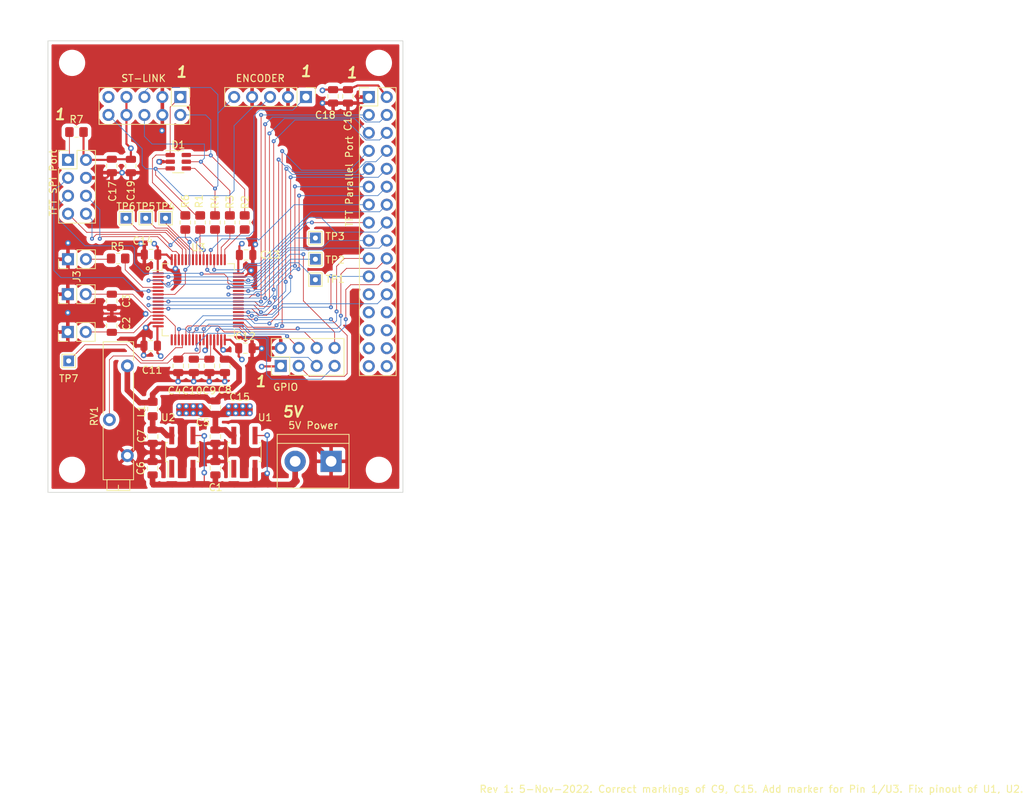
<source format=kicad_pcb>
(kicad_pcb (version 20211014) (generator pcbnew)
  (layers (0 "F.Cu" mixed) (1 "In1.Cu" jumper) (2 "In2.Cu" power) (31 "B.Cu" mixed) (34 "B.Paste" user) (35 "F.Paste" user) (36 "B.SilkS" user "B.Silkscreen") (37 "F.SilkS" user "F.Silkscreen") (38 "B.Mask" user) (39 "F.Mask" user) (44 "Edge.Cuts" user))
  (net 0 "")
  (net 1 "GND")
  (net 2 "Net-(C2-Pad1)")
  (net 3 "Net-(C3-Pad1)")
  (net 4 "Net-(C4-Pad1)")
  (net 5 "+3.3V")
  (net 6 "Net-(U2-Pad5)")
  (net 7 "+3.3VA")
  (net 8 "Net-(C10-Pad2)")
  (net 9 "JTDI")
  (net 10 "SWDCLK")
  (net 11 "SWDIO")
  (net 12 "NRST")
  (net 13 "SWO")
  (net 14 "TFT_D1")
  (net 15 "TFT_D0")
  (net 16 "TFT_D3")
  (net 17 "TFT_D2")
  (net 18 "TFT_D5")
  (net 19 "TFT_D4")
  (net 20 "TFT_D7")
  (net 21 "TFT_D6")
  (net 22 "TFT_D9")
  (net 23 "TFT_D8")
  (net 24 "TFT_D11")
  (net 25 "TFT_D10")
  (net 26 "TFT_D13")
  (net 27 "TFT_D12")
  (net 28 "TFT_D15")
  (net 29 "TFT_D14")
  (net 30 "TFT_RS")
  (net 31 "TFT_CS")
  (net 32 "TFT_RD")
  (net 33 "TFT_WR")
  (net 35 "TFT_RESET")
  (net 44 "PB13")
  (net 45 "PB10")
  (net 46 "PB0")
  (net 47 "PA10")
  (net 48 "PA7")
  (net 49 "PA5")
  (net 50 "SPI_SCK")
  (net 51 "SPI_MOSI")
  (net 52 "SPI_DC")
  (net 53 "SPI_RESET")
  (net 54 "SPI_CS")
  (net 55 "Net-(J2-Pad2)")
  (net 56 "Net-(R2-Pad2)")
  (net 57 "Net-(R3-Pad2)")
  (net 58 "Net-(J8-Pad1)")
  (net 59 "Net-(R5-Pad1)")
  (net 60 "Net-(R6-Pad1)")
  (net 61 "TIM1_CH1")
  (net 62 "TIM1_CH2")
  (net 63 "TIM16_CH2")
  (net 64 "TIM3_CH2")
  (net 65 "TIM8_CH1")
  (net 66 "TIM4_CH2")
  (net 67 "COMP1_OUT")
  (net 71 "+5V")
  (net 72 "Net-(R1-Pad1)")
  (net 73 "Net-(R4-Pad2)")
  (net 74 "Net-(ENCODER1-Pad1)")
  (footprint "Capacitor_SMD:C_0805_2012Metric" (layer "F.Cu") (at 140.775 122.475 90)
    (fp_text reference "C1")
    (fp_text value "100n")
  )
  (footprint "Capacitor_SMD:C_0805_2012Metric" (layer "F.Cu") (at 142.12 107.989905 90)
    (fp_text reference "C8")
    (fp_text value "100n")
  )
  (footprint "Connector_PinHeader_2.54mm:PinHeader_1x02_P2.54mm_Vertical" (layer "F.Cu") (at 119.895 97.839905 90)
    (fp_text reference "J3")
    (fp_text value "Conn_01x02" hide)
  )
  (footprint "TestPoint:TestPoint_THTPad_1.5x1.5mm_Drill0.7mm" (layer "F.Cu") (at 154.92 89.889905)
    (fp_text reference "TP3")
    (fp_text value "TestPoint")
  )
  (footprint "MountingHole:MountingHole_2.7mm_M2.5" (layer "F.Cu") (at 163.9 65.1)
    (fp_text reference "REF**" hide)
    (fp_text value "MountingHole_2.7mm_M2.5")
  )
  (footprint "Capacitor_SMD:C_0805_2012Metric" (layer "F.Cu") (at 131.9 118 -90)
    (fp_text reference "C7")
    (fp_text value "100n")
  )
  (footprint "Connector_PinHeader_2.54mm:PinHeader_2x05_P2.54mm_Vertical" (layer "F.Cu") (at 135.81 69.929905 -90)
    (fp_text reference "ST-LINK1" hide)
    (fp_text value "ST-LINK")
  )
  (footprint "Capacitor_SMD:C_0805_2012Metric" (layer "F.Cu") (at 140.775 118 -90)
    (fp_text reference "C5")
    (fp_text value "100n")
  )
  (footprint "MountingHole:MountingHole_2.7mm_M2.5" (layer "F.Cu") (at 163.9 122.7)
    (fp_text reference "REF**" hide)
    (fp_text value "MountingHole_2.7mm_M2.5")
  )
  (footprint "Capacitor_SMD:C_0805_2012Metric" (layer "F.Cu") (at 131.885 122.475 90)
    (fp_text reference "C6")
    (fp_text value "100n")
  )
  (footprint "Resistor_SMD:R_0805_2012Metric_Pad1.20x1.40mm_HandSolder" (layer "F.Cu") (at 138.62 87.689905 90)
    (fp_text reference "R1")
    (fp_text value "47R")
  )
  (footprint "TerminalBlock:TerminalBlock_bornier-2_P5.08mm" (layer "F.Cu") (at 157.14 121.5 180)
    (fp_text reference "J1" hide)
    (fp_text value "5V Power")
  )
  (footprint "Inductor_SMD:L_0805_2012Metric_Pad1.15x1.40mm_HandSolder" (layer "F.Cu") (at 131.9 114.1 90)
    (fp_text reference "L1")
    (fp_text value "600R @ 100MHz")
  )
  (footprint "Potentiometer_THT:Potentiometer_Bourns_3005_Horizontal" (layer "F.Cu") (at 128.32 107.989905 90)
    (fp_text reference "RV1")
    (fp_text value "10K")
  )
  (footprint "Capacitor_SMD:C_0805_2012Metric" (layer "F.Cu") (at 145.015 105.489905)
    (fp_text reference "C12")
    (fp_text value "100n")
  )
  (footprint "Capacitor_SMD:C_0805_2012Metric" (layer "F.Cu") (at 126.12 98.789905 -90)
    (fp_text reference "C3")
    (fp_text value "22p")
  )
  (footprint "Resistor_SMD:R_0805_2012Metric_Pad1.20x1.40mm_HandSolder" (layer "F.Cu") (at 140.72 87.689905 -90)
    (fp_text reference "R4")
    (fp_text value "47R")
  )
  (footprint "Resistor_SMD:R_0805_2012Metric_Pad1.20x1.40mm_HandSolder" (layer "F.Cu") (at 127.02 92.789905 180)
    (fp_text reference "R5")
    (fp_text value "10R")
  )
  (footprint "Capacitor_SMD:C_0805_2012Metric" (layer "F.Cu") (at 131.67 92.239905 180)
    (fp_text reference "C14")
    (fp_text value "100n")
  )
  (footprint "Connector_PinHeader_2.54mm:PinHeader_1x05_P2.54mm_Vertical" (layer "F.Cu") (at 153.585 69.929905 -90)
    (fp_text reference "ENCODER1" hide)
    (fp_text value "ENCODER")
  )
  (footprint "Package_TO_SOT_SMD:SOT-23-6" (layer "F.Cu") (at 135.52 79.089905)
    (fp_text reference "D1")
    (fp_text value "ESDA6V1-5SC6")
  )
  (footprint "Capacitor_SMD:C_0805_2012Metric" (layer "F.Cu") (at 139.92 107.989905 90)
    (fp_text reference "C9")
    (fp_text value "100n")
  )
  (footprint "Resistor_SMD:R_0805_2012Metric_Pad1.20x1.40mm_HandSolder" (layer "F.Cu") (at 142.82 87.689905 -90)
    (fp_text reference "R3")
    (fp_text value "47R")
  )
  (footprint "Capacitor_SMD:C_0805_2012Metric" (layer "F.Cu") (at 135.52 107.989905 -90)
    (fp_text reference "C4")
    (fp_text value "100n")
  )
  (footprint "Package_QFP:LQFP-64_10x10mm_P0.5mm" (layer "F.Cu") (at 138.35 98.631905)
    (fp_text reference "U3")
    (fp_text value "MCU_STM32G474RCT6")
  )
  (footprint "Package_TO_SOT_SMD:SOT-89-5_Handsoldering" (layer "F.Cu") (at 144.879 120.2 90)
    (fp_text reference "U1")
    (fp_text value "XC6503D331PR-G")
  )
  (footprint "Capacitor_SMD:C_0805_2012Metric" (layer "F.Cu") (at 126.12 102.289905 90)
    (fp_text reference "C2")
    (fp_text value "22p")
  )
  (footprint "Capacitor_SMD:C_0805_2012Metric" (layer "F.Cu") (at 128.82 79.699905 -90)
    (fp_text reference "C19")
    (fp_text value "4u7")
  )
  (footprint "Connector_PinHeader_2.54mm:PinHeader_2x04_P2.54mm_Vertical" (layer "F.Cu") (at 119.93 78.829905)
    (fp_text reference "J8" hide)
    (fp_text value "TFT SPI Port")
  )
  (footprint "Resistor_SMD:R_0805_2012Metric_Pad1.20x1.40mm_HandSolder" (layer "F.Cu") (at 121.12 74.889905 180)
    (fp_text reference "R7")
    (fp_text value "390R")
  )
  (footprint "Connector_PinHeader_2.54mm:PinHeader_1x02_P2.54mm_Vertical" (layer "F.Cu") (at 119.895 103.189905 90)
    (fp_text reference "J5" hide)
    (fp_text value "Conn_01x02" hide)
  )
  (footprint "Resistor_SMD:R_0805_2012Metric_Pad1.20x1.40mm_HandSolder" (layer "F.Cu") (at 144.92 87.689905 -90)
    (fp_text reference "R2")
    (fp_text value "47R")
  )
  (footprint "TestPoint:TestPoint_THTPad_1.5x1.5mm_Drill0.7mm" (layer "F.Cu") (at 154.92 95.789905)
    (fp_text reference "TP1")
    (fp_text value "TestPoint")
  )
  (footprint "TestPoint:TestPoint_THTPad_1.5x1.5mm_Drill0.7mm" (layer "F.Cu") (at 128.12 87.089905)
    (fp_text reference "TP6")
    (fp_text value "TestPoint")
  )
  (footprint "Capacitor_SMD:C_0805_2012Metric" (layer "F.Cu") (at 159.52 69.839905 -90)
    (fp_text reference "C16")
    (fp_text value "100n")
  )
  (footprint "TestPoint:TestPoint_THTPad_1.5x1.5mm_Drill0.7mm" (layer "F.Cu") (at 133.72 87.089905)
    (fp_text reference "TP4")
    (fp_text value "TestPoint")
  )
  (footprint "Capacitor_SMD:C_0805_2012Metric" (layer "F.Cu") (at 126.12 79.689905 -90)
    (fp_text reference "C17")
    (fp_text value "100n")
  )
  (footprint "TestPoint:TestPoint_THTPad_1.5x1.5mm_Drill0.7mm" (layer "F.Cu") (at 154.92 92.889905)
    (fp_text reference "TP2")
    (fp_text value "TestPoint")
  )
  (footprint "Capacitor_SMD:C_0805_2012Metric" (layer "F.Cu") (at 140.775 113.9 90)
    (fp_text reference "C15")
    (fp_text value "4u7")
  )
  (footprint "Capacitor_SMD:C_0805_2012Metric" (layer "F.Cu") (at 131.62 105.139905 180)
    (fp_text reference "C11")
    (fp_text value "100n")
  )
  (footprint "TestPoint:TestPoint_THTPad_1.5x1.5mm_Drill0.7mm" (layer "F.Cu") (at 120.02 107.289905)
    (fp_text reference "TP7")
    (fp_text value "TestPoint")
  )
  (footprint "Connector_PinHeader_2.54mm:PinHeader_1x02_P2.54mm_Vertical" (layer "F.Cu") (at 119.92 92.889905 90)
    (fp_text reference "J2" hide)
    (fp_text value "Conn_01x02" hide)
  )
  (footprint "MountingHole:MountingHole_2.7mm_M2.5" (layer "F.Cu") (at 120.5 65.1)
    (fp_text reference "REF**" hide)
    (fp_text value "MountingHole_2.7mm_M2.5")
  )
  (footprint "Package_TO_SOT_SMD:SOT-89-5_Handsoldering" (layer "F.Cu") (at 136.1 120.2 90)
    (fp_text reference "U2")
    (fp_text value "XC6503D331PR-G")
  )
  (footprint "Capacitor_SMD:C_0805_2012Metric" (layer "F.Cu") (at 137.72 107.989905 90)
    (fp_text reference "C10")
    (fp_text value "1u")
  )
  (footprint "Capacitor_SMD:C_0805_2012Metric" (layer "F.Cu") (at 157.42 69.839905 -90)
    (fp_text reference "C18")
    (fp_text value "4u7")
  )
  (footprint "TestPoint:TestPoint_THTPad_1.5x1.5mm_Drill0.7mm" (layer "F.Cu") (at 130.92 87.089905)
    (fp_text reference "TP5")
    (fp_text value "TestPoint")
  )
  (footprint "Resistor_SMD:R_0805_2012Metric_Pad1.20x1.40mm_HandSolder" (layer "F.Cu") (at 136.52 87.689905 90)
    (fp_text reference "R6")
    (fp_text value "47R")
  )
  (footprint "Connector_PinHeader_2.54mm:PinHeader_2x16_P2.54mm_Vertical" (layer "F.Cu") (at 162.475 69.929905)
    (fp_text reference "J6" hide)
    (fp_text value "TFT Parallel Port")
  )
  (footprint "Capacitor_SMD:C_0805_2012Metric" (layer "F.Cu") (at 145.12 92.289905)
    (fp_text reference "C13")
    (fp_text value "100n")
  )
  (footprint "Connector_PinHeader_2.54mm:PinHeader_2x04_P2.54mm_Vertical" (layer "F.Cu") (at 150.02 107.989905 90)
    (fp_text reference "J7" hide)
    (fp_text value "GPIO")
  )
  (footprint "MountingHole:MountingHole_2.7mm_M2.5" (layer "F.Cu") (at 120.5 122.7)
    (fp_text reference "REF**" hide)
    (fp_text value "MountingHole_2.7mm_M2.5")
  )
  (gr_circle (center 131.22 94.189905) (end 131.42 94.289905) (layer "F.SilkS") (width 0.15) (fill none))
  (gr_rect (start 117.085 61.975) (end 167.3 125.9) (layer "Edge.Cuts") (width 0.1) (fill none))
  (gr_text "1" (at 118.8 72.4) (layer "F.SilkS") (effects (font (size 1.5 1.5) (thickness 0.3) italic)))
  (gr_text "5V" (at 151.7 114.5) (layer "F.SilkS") (effects (font (size 1.5 1.5) (thickness 0.3) italic)))
  (gr_text "1" (at 147.2 110.2) (layer "F.SilkS") (effects (font (size 1.5 1.5) (thickness 0.3) italic)))
  (gr_text "1" (at 136 66.4) (layer "F.SilkS") (effects (font (size 1.5 1.5) (thickness 0.3) italic)))
  (gr_text "Rev 1: 5-Nov-2022. Correct markings of C9, C15. Add marker for Pin 1/U3. Fix pinout of U1, U2." (at 216.6 167.9) (layer "F.SilkS") (effects (font (size 1 1))))
  (gr_text "1" (at 160.1 66.5) (layer "F.SilkS") (effects (font (size 1.5 1.5) (thickness 0.3) italic)))
  (gr_text "1" (at 153.6 66.3) (layer "F.SilkS") (effects (font (size 1.5 1.5) (thickness 0.3) italic)))
  (segment (start 139.32 105.789905) (end 139.6 105.509905) (width 0.3) (layer "F.Cu") (net 1))
  (segment (start 119.895 100.464905) (end 119.895 103.189905) (width 0.3) (layer "F.Cu") (net 1))
  (segment (start 132.6875 101.881905) (end 131.628 101.881905) (width 0.3) (layer "F.Cu") (net 1))
  (segment (start 140.775 112.95) (end 141.5 112.2) (width 0.8) (layer "F.Cu") (net 1))
  (segment (start 131.9 120.2) (end 136.1 120.2) (width 0.8) (layer "F.Cu") (net 1))
  (segment (start 134.3825 79.089905) (end 132.82 79.089905) (width 0.3) (layer "F.Cu") (net 1))
  (segment (start 141.5 112.2) (end 148.7 112.2) (width 0.8) (layer "F.Cu") (net 1))
  (segment (start 150.02 105.449905) (end 149.945 105.524905) (width 0.3) (layer "F.Cu") (net 1))
  (segment (start 146 105.524905) (end 145.965 105.489905) (width 0.3) (layer "F.Cu") (net 1))
  (segment (start 134.7 115.8) (end 136 115.8) (width 0.8) (layer "F.Cu") (net 1))
  (segment (start 161.615 70.789905) (end 162.475 69.929905) (width 0.3) (layer "F.Cu") (net 1))
  (segment (start 139.92 108.939905) (end 139.92 110.089905) (width 0.3) (layer "F.Cu") (net 1))
  (segment (start 135.1 92.956905) (end 135.1 94.369905) (width 0.3) (layer "F.Cu") (net 1))
  (segment (start 125.39 81.369905) (end 126.12 80.639905) (width 0.3) (layer "F.Cu") (net 1))
  (segment (start 126.12 100.589905) (end 126.12 101.339905) (width 0.3) (layer "F.Cu") (net 1))
  (segment (start 130.72 91.189905) (end 130.72 92.239905) (width 0.3) (layer "F.Cu") (net 1))
  (segment (start 126.12 100.589905) (end 130.944819 100.589905) (width 0.3) (layer "F.Cu") (net 1))
  (segment (start 159.52 70.789905) (end 161.615 70.789905) (width 0.3) (layer "F.Cu") (net 1))
  (segment (start 140.775 118.95) (end 140.775 119.975) (width 0.8) (layer "F.Cu") (net 1))
  (segment (start 133.8 114.9) (end 134.7 115.8) (width 0.8) (layer "F.Cu") (net 1))
  (segment (start 141.6 105.569905) (end 141.82 105.789905) (width 0.3) (layer "F.Cu") (net 1))
  (segment (start 119.92 92.889905) (end 119.92 90.589905) (width 0.3) (layer "F.Cu") (net 1))
  (segment (start 126.12 100.589905) (end 120.02 100.589905) (width 0.3) (layer "F.Cu") (net 1))
  (segment (start 135.52 108.939905) (end 135.52 110.089905) (width 0.3) (layer "F.Cu") (net 1))
  (segment (start 130.22 90.689905) (end 130.72 91.189905) (width 0.3) (layer "F.Cu") (net 1))
  (segment (start 142.12 108.939905) (end 142.12 110.089905) (width 0.3) (layer "F.Cu") (net 1))
  (segment (start 141.6 104.306905) (end 141.6 105.569905) (width 0.3) (layer "F.Cu") (net 1))
  (segment (start 147.5 120.2) (end 151.22 116.48) (width 0.8) (layer "F.Cu") (net 1))
  (segment (start 157.42 70.789905) (end 159.52 70.789905) (width 0.3) (layer "F.Cu") (net 1))
  (segment (start 133.27 74.639905) (end 133.22 74.689905) (width 0.3) (layer "F.Cu") (net 1))
  (segment (start 128.81 80.639905) (end 128.82 80.649905) (width 0.3) (layer "F.Cu") (net 1))
  (segment (start 141 120.2) (end 144.879 120.2) (width 0.8) (layer "F.Cu") (net 1))
  (segment (start 130.944819 100.589905) (end 130.905465 100.629259) (width 0.3) (layer "F.Cu") (net 1))
  (segment (start 133.27 72.469905) (end 133.27 74.639905) (width 0.3) (layer "F.Cu") (net 1))
  (segment (start 139.95 112.95) (end 139.4 112.4) (width 0.8) (layer "F.Cu") (net 1))
  (segment (start 134.5 112.4) (end 133.8 113.1) (width 0.8) (layer "F.Cu") (net 1))
  (segment (start 146.07 91.139905) (end 146.42 90.789905) (width 0.3) (layer "F.Cu") (net 1))
  (segment (start 122.47 81.369905) (end 125.39 81.369905) (width 0.3) (layer "F.Cu") (net 1))
  (segment (start 133.8 113.1) (end 133.8 114.9) (width 0.8) (layer "F.Cu") (net 1))
  (segment (start 151.22 116.48) (end 152.12 116.48) (width 0.8) (layer "F.Cu") (net 1))
  (segment (start 131.9 118.95) (end 131.9 120.2) (width 0.8) (layer "F.Cu") (net 1))
  (segment (start 146.07 92.289905) (end 146.07 94.239905) (width 0.3) (layer "F.Cu") (net 1))
  (segment (start 135.1 94.369905) (end 135.12 94.389905) (width 0.3) (layer "F.Cu") (net 1))
  (segment (start 144.0125 95.381905) (end 144.928 95.381905) (width 0.3) (layer "F.Cu") (net 1))
  (segment (start 146.07 92.289905) (end 146.07 91.139905) (width 0.3) (layer "F.Cu") (net 1))
  (segment (start 126.12 99.739905) (end 126.12 100.589905) (width 0.3) (layer "F.Cu") (net 1))
  (segment (start 137.72 108.939905) (end 137.72 110.089905) (width 0.3) (layer "F.Cu") (net 1))
  (segment (start 157.42 70.789905) (end 155.92 70.789905) (width 0.3) (layer "F.Cu") (net 1))
  (segment (start 140.775 119.975) (end 140.775 121.525) (width 0.8) (layer "F.Cu") (net 1))
  (segment (start 139.4 112.4) (end 134.5 112.4) (width 0.8) (layer "F.Cu") (net 1))
  (segment (start 141.82 105.789905) (end 141.874977 105.734928) (width 0.3) (layer "F.Cu") (net 1))
  (segment (start 148.7 112.2) (end 152.12 116.48) (width 0.8) (layer "F.Cu") (net 1))
  (segment (start 133.27 69.929905) (end 133.27 72.469905) (width 0.3) (layer "F.Cu") (net 1))
  (segment (start 149.945 105.524905) (end 146 105.524905) (width 0.3) (layer "F.Cu") (net 1))
  (segment (start 144.928 95.381905) (end 145.82 94.489905) (width 0.3) (layer "F.Cu") (net 1))
  (segment (start 130.62 105.189905) (end 130.62 106.489905) (width 0.3) (layer "F.Cu") (net 1))
  (segment (start 136.1 115.9) (end 136.1 120.2) (width 0.8) (layer "F.Cu") (net 1))
  (segment (start 126.12 80.639905) (end 128.81 80.639905) (width 0.3) (layer "F.Cu") (net 1))
  (segment (start 119.895 97.839905) (end 119.895 100.464905) (width 0.3) (layer "F.Cu") (net 1))
  (segment (start 119.895 97.839905) (end 119.895 103.189905) (width 0.3) (layer "F.Cu") (net 1))
  (segment (start 144.879 120.2) (end 147.5 120.2) (width 0.8) (layer "F.Cu") (net 1))
  (segment (start 131.9 120.2) (end 131.9 121.51) (width 0.8) (layer "F.Cu") (net 1))
  (segment (start 152.12 116.48) (end 157.14 121.5) (width 0.8) (layer "F.Cu") (net 1))
  (segment (start 130.67 105.139905) (end 130.62 105.189905) (width 0.3) (layer "F.Cu") (net 1))
  (segment (start 140.775 119.975) (end 141 120.2) (width 0.8) (layer "F.Cu") (net 1))
  (segment (start 140.775 112.95) (end 139.95 112.95) (width 0.8) (layer "F.Cu") (net 1))
  (segment (start 135.12 94.389905) (end 135.12 94.240405) (width 0.3) (layer "F.Cu") (net 1))
  (segment (start 136 115.8) (end 136.1 115.9) (width 0.8) (layer "F.Cu") (net 1))
  (segment (start 120.02 100.589905) (end 119.895 100.464905) (width 0.3) (layer "F.Cu") (net 1))
  (segment (start 136.1 120.2) (end 141 120.2) (width 0.8) (layer "F.Cu") (net 1))
  (segment (start 146.07 94.239905) (end 145.82 94.489905) (width 0.3) (layer "F.Cu") (net 1))
  (segment (start 119.895 100.464905) (end 120.095 100.464905) (width 0.3) (layer "F.Cu") (net 1))
  (segment (start 139.6 105.509905) (end 139.6 104.306905) (width 0.3) (layer "F.Cu") (net 1))
  (segment (start 131.628 101.881905) (end 130.92 102.589905) (width 0.3) (layer "F.Cu") (net 1))
  (via (at 137.7 110.2) (size 0.8) (drill 0.4) (layers "F.Cu" "B.Cu") (net 1))
  (via (at 119.895 100.464905) (size 0.8) (drill 0.4) (layers "F.Cu" "B.Cu") (net 1))
  (via (at 139.9 110.2) (size 0.8) (drill 0.4) (layers "F.Cu" "B.Cu") (net 1))
  (via (at 119.92 90.589905) (size 0.8) (drill 0.4) (layers "F.Cu" "B.Cu") (net 1))
  (via (at 133.22 74.689905) (size 0.8) (drill 0.4) (layers "F.Cu" "B.Cu") (net 1))
  (via (at 139.32 105.789905) (size 0.8) (drill 0.4) (layers "F.Cu" "B.Cu") (net 1))
  (via (at 132.82 79.089905) (size 0.8) (drill 0.4) (layers "F.Cu" "B.Cu") (net 1))
  (via (at 142.1 110.2) (size 0.8) (drill 0.4) (layers "F.Cu" "B.Cu") (net 1))
  (via (at 147.32 105.524905) (size 0.8) (drill 0.4) (layers "F.Cu" "B.Cu") (net 1))
  (via (at 130.92 102.589905) (size 0.8) (drill 0.4) (layers "F.Cu" "B.Cu") (net 1))
  (via (at 146.42 90.789905) (size 0.8) (drill 0.4) (layers "F.Cu" "B.Cu") (net 1))
  (via (at 141.874977 105.734928) (size 0.8) (drill 0.4) (layers "F.Cu" "B.Cu") (net 1))
  (via (at 135.5 110.2) (size 0.8) (drill 0.4) (layers "F.Cu" "B.Cu") (net 1))
  (via (at 130.62 106.489905) (size 0.8) (drill 0.4) (layers "F.Cu" "B.Cu") (net 1))
  (via (at 145.82 94.489905) (size 0.8) (drill 0.4) (layers "F.Cu" "B.Cu") (net 1))
  (via (at 155.92 70.789905) (size 0.8) (drill 0.4) (layers "F.Cu" "B.Cu") (net 1))
  (via (at 127.57 80.639905) (size 0.8) (drill 0.4) (layers "F.Cu" "B.Cu") (net 1))
  (via (at 130.22 90.689905) (size 0.8) (drill 0.4) (layers "F.Cu" "B.Cu") (net 1))
  (via (at 130.905465 100.629259) (size 0.8) (drill 0.4) (layers "F.Cu" "B.Cu") (net 1))
  (via (at 135.12 94.240405) (size 0.8) (drill 0.4) (layers "F.Cu" "B.Cu") (net 1))
  (segment (start 126.12 103.239905) (end 126.17 103.289905) (width 0.1) (layer "F.Cu") (net 2))
  (segment (start 133.612 100.881905) (end 135.1 102.369905) (width 0.1) (layer "F.Cu") (net 2))
  (segment (start 132.6875 100.881905) (end 133.612 100.881905) (width 0.1) (layer "F.Cu") (net 2))
  (segment (start 126.17 103.289905) (end 129.22 103.289905) (width 0.1) (layer "F.Cu") (net 2))
  (segment (start 126.07 103.189905) (end 126.12 103.239905) (width 0.1) (layer "F.Cu") (net 2))
  (segment (start 122.435 103.189905) (end 126.07 103.189905) (width 0.1) (layer "F.Cu") (net 2))
  (segment (start 129.22 103.289905) (end 131.628 100.881905) (width 0.1) (layer "F.Cu") (net 2))
  (segment (start 135.1 102.369905) (end 135.1 104.294405) (width 0.1) (layer "F.Cu") (net 2))
  (segment (start 131.628 100.881905) (end 132.6875 100.881905) (width 0.1) (layer "F.Cu") (net 2))
  (segment (start 126.12 97.839905) (end 129.07 97.839905) (width 0.1) (layer "F.Cu") (net 3))
  (segment (start 131.62 100.389905) (end 132.6795 100.389905) (width 0.1) (layer "F.Cu") (net 3))
  (segment (start 122.435 97.839905) (end 126.12 97.839905) (width 0.1) (layer "F.Cu") (net 3))
  (segment (start 129.07 97.839905) (end 131.62 100.389905) (width 0.1) (layer "F.Cu") (net 3))
  (segment (start 126.32 106.589905) (end 129.22 106.589905) (width 0.1) (layer "F.Cu") (net 4))
  (segment (start 136.37 106.189905) (end 138.42 106.189905) (width 0.1) (layer "F.Cu") (net 4))
  (segment (start 134.62 106.989905) (end 135.47 106.989905) (width 0.1) (layer "F.Cu") (net 4))
  (segment (start 129.22 106.589905) (end 130.22 107.589905) (width 0.1) (layer "F.Cu") (net 4))
  (segment (start 125.78 107.129905) (end 126.32 106.589905) (width 0.1) (layer "F.Cu") (net 4))
  (segment (start 130.22 107.589905) (end 134.02 107.589905) (width 0.1) (layer "F.Cu") (net 4))
  (segment (start 138.6 106.009905) (end 138.6 104.294405) (width 0.1) (layer "F.Cu") (net 4))
  (segment (start 134.02 107.589905) (end 134.62 106.989905) (width 0.1) (layer "F.Cu") (net 4))
  (segment (start 125.78 115.609905) (end 125.78 107.129905) (width 0.1) (layer "F.Cu") (net 4))
  (segment (start 138.42 106.189905) (end 138.6 106.009905) (width 0.1) (layer "F.Cu") (net 4))
  (segment (start 135.52 107.039905) (end 136.37 106.189905) (width 0.1) (layer "F.Cu") (net 4))
  (segment (start 133.8705 92.239905) (end 134.5976 92.967005) (width 0.3) (layer "F.Cu") (net 5))
  (segment (start 145.645 113.695) (end 144.645 113.695) (width 0.8) (layer "F.Cu") (net 5))
  (segment (start 132.62 92.239905) (end 133.8705 92.239905) (width 0.3) (layer "F.Cu") (net 5))
  (segment (start 159.52 68.889905) (end 160.9 68.3) (width 0.3) (layer "F.Cu") (net 5))
  (segment (start 142.645 113.695) (end 142.645 114.695) (width 0.8) (layer "F.Cu") (net 5))
  (segment (start 142.95 117.85) (end 142.15 117.05) (width 0.8) (layer "F.Cu") (net 5))
  (segment (start 138.645 113.695) (end 138.895 113.695) (width 0.8) (layer "F.Cu") (net 5))
  (segment (start 144.17 91.039905) (end 144.52 90.689905) (width 0.3) (layer "F.Cu") (net 5))
  (segment (start 132.57 105.139905) (end 132.57 102.499405) (width 0.3) (layer "F.Cu") (net 5))
  (segment (start 132.62 91.189905) (end 132.62 92.239905) (width 0.3) (layer "F.Cu") (net 5))
  (segment (start 136.645 113.695) (end 136.645 114.695) (width 0.8) (layer "F.Cu") (net 5))
  (segment (start 142.49 114.85) (end 142.645 114.695) (width 0.8) (layer "F.Cu") (net 5))
  (segment (start 140.05 114.85) (end 140.775 114.85) (width 0.8) (layer "F.Cu") (net 5))
  (segment (start 142.8695 104.294405) (end 144.065 105.489905) (width 0.3) (layer "F.Cu") (net 5))
  (segment (start 163.8 68.3) (end 164.3 69) (width 0.3) (layer "F.Cu") (net 5))
  (segment (start 143.645 114.695) (end 144.645 114.695) (width 0.8) (layer "F.Cu") (net 5))
  (segment (start 128.82 78.749905) (end 128.82 77.189905) (width 0.3) (layer "F.Cu") (net 5))
  (segment (start 142.645 114.695) (end 143.645 114.695) (width 0.8) (layer "F.Cu") (net 5))
  (segment (start 157.42 68.889905) (end 156.02 68.889905) (width 0.3) (layer "F.Cu") (net 5))
  (segment (start 144.645 113.695) (end 144.645 114.695) (width 0.8) (layer "F.Cu") (net 5))
  (segment (start 145.645 114.145) (end 145.645 114.695) (width 0.8) (layer "F.Cu") (net 5))
  (segment (start 126.12 78.739905) (end 128.81 78.739905) (width 0.3) (layer "F.Cu") (net 5))
  (segment (start 140.775 117.05) (end 140.775 114.85) (width 0.8) (layer "F.Cu") (net 5))
  (segment (start 132.57 105.139905) (end 132.57 106.139905) (width 0.3) (layer "F.Cu") (net 5))
  (segment (start 136.645 114.695) (end 135.645 114.695) (width 0.8) (layer "F.Cu") (net 5))
  (segment (start 144.17 92.289905) (end 144.17 91.039905) (width 0.3) (layer "F.Cu") (net 5))
  (segment (start 138.645 114.695) (end 137.645 114.695) (width 0.8) (layer "F.Cu") (net 5))
  (segment (start 138.645 113.695) (end 138.645 114.695) (width 0.8) (layer "F.Cu") (net 5))
  (segment (start 160.9 68.3) (end 163.8 68.3) (width 0.3) (layer "F.Cu") (net 5))
  (segment (start 142.15 117.05) (end 140.775 117.05) (width 0.8) (layer "F.Cu") (net 5))
  (segment (start 140.775 114.85) (end 138.8 114.85) (width 0.8) (layer "F.Cu") (net 5))
  (segment (start 157.42 68.889905) (end 159.52 68.889905) (width 0.3) (layer "F.Cu") (net 5))
  (segment (start 164.3 69) (end 165.015 69.929905) (width 0.3) (layer "F.Cu") (net 5))
  (segment (start 147.32 108.089905) (end 147.345 108.064905) (width 0.3) (layer "F.Cu") (net 5))
  (segment (start 143.645 113.695) (end 143.645 114.695) (width 0.8) (layer "F.Cu") (net 5))
  (segment (start 136.645 113.695) (end 137.645 113.695) (width 0.8) (layer "F.Cu") (net 5))
  (segment (start 132.62 92.239905) (end 132.62 94.814405) (width 0.3) (layer "F.Cu") (net 5))
  (segment (start 144.645 113.695) (end 143.645 113.695) (width 0.8) (layer "F.Cu") (net 5))
  (segment (start 156.02 68.889905) (end 155.92 68.989905) (width 0.3) (layer "F.Cu") (net 5))
  (segment (start 122.12 78.479905) (end 122.47 78.829905) (width 0.3) (layer "F.Cu") (net 5))
  (segment (start 143.379 117.85) (end 142.95 117.85) (width 0.8) (layer "F.Cu") (net 5))
  (segment (start 135.645 114.145) (end 138.955 114.145) (width 0.8) (layer "F.Cu") (net 5))
  (segment (start 142.1 104.294405) (end 142.8695 104.294405) (width 0.3) (layer "F.Cu") (net 5))
  (segment (start 122.12 74.889905) (end 122.12 78.479905) (width 0.3) (layer "F.Cu") (net 5))
  (segment (start 132.57 102.499405) (end 132.6875 102.381905) (width 0.3) (layer "F.Cu") (net 5))
  (segment (start 126.03 78.829905) (end 126.12 78.739905) (width 0.3) (layer "F.Cu") (net 5))
  (segment (start 140.775 114.85) (end 142.49 114.85) (width 0.8) (layer "F.Cu") (net 5))
  (segment (start 144.0125 92.447405) (end 144.0125 94.881905) (width 0.3) (layer "F.Cu") (net 5))
  (segment (start 139.15 113.95) (end 140.05 114.85) (width 0.8) (layer "F.Cu") (net 5))
  (segment (start 132.12 90.689905) (end 132.62 91.189905) (width 0.3) (layer "F.Cu") (net 5))
  (segment (start 128.19 76.559905) (end 128.82 77.189905) (width 0.3) (layer "F.Cu") (net 5))
  (segment (start 138.895 113.695) (end 139.15 113.95) (width 0.8) (layer "F.Cu") (net 5))
  (segment (start 145.645 113.695) (end 145.645 114.145) (width 0.8) (layer "F.Cu") (net 5))
  (segment (start 145.645 114.145) (end 142.195 114.145) (width 0.8) (layer "F.Cu") (net 5))
  (segment (start 137.645 114.695) (end 136.645 114.695) (width 0.8) (layer "F.Cu") (net 5))
  (segment (start 138.8 114.85) (end 138.645 114.695) (width 0.8) (layer "F.Cu") (net 5))
  (segment (start 144.065 106.634905) (end 144.52 107.089905) (width 0.3) (layer "F.Cu") (net 5))
  (segment (start 137.645 113.695) (end 138.645 113.695) (width 0.8) (layer "F.Cu") (net 5))
  (segment (start 138.955 114.145) (end 139.15 113.95) (width 0.8) (layer "F.Cu") (net 5))
  (segment (start 144.17 92.289905) (end 144.0125 92.447405) (width 0.3) (layer "F.Cu") (net 5))
  (segment (start 142.07 114.27) (end 142.645 113.695) (width 0.8) (layer "F.Cu") (net 5))
  (segment (start 128.19 72.469905) (end 128.19 69.929905) (width 0.3) (layer "F.Cu") (net 5))
  (segment (start 135.645 113.695) (end 136.645 113.695) (width 0.8) (layer "F.Cu") (net 5))
  (segment (start 132.57 106.139905) (end 133.035201 106.605106) (width 0.3) (layer "F.Cu") (net 5))
  (segment (start 140.775 114.85) (end 141.49 114.85) (width 0.8) (layer "F.Cu") (net 5))
  (segment (start 137.645 113.695) (end 137.645 114.695) (width 0.8) (layer "F.Cu") (net 5))
  (segment (start 128.81 78.739905) (end 128.82 78.749905) (width 0.3) (layer "F.Cu") (net 5))
  (segment (start 144.645 114.695) (end 145.645 114.695) (width 0.8) (layer "F.Cu") (net 5))
  (segment (start 143.645 113.695) (end 142.645 113.695) (width 0.8) (layer "F.Cu") (net 5))
  (segment (start 142.195 114.145) (end 142.07 114.27) (width 0.8) (layer "F.Cu") (net 5))
  (segment (start 147.345 108.064905) (end 149.945 108.064905) (width 0.3) (layer "F.Cu") (net 5))
  (segment (start 141.49 114.85) (end 142.07 114.27) (width 0.8) (layer "F.Cu") (net 5))
  (segment (start 135.645 114.695) (end 135.645 114.145) (width 0.8) (layer "F.Cu") (net 5))
  (segment (start 135.645 114.145) (end 135.645 113.695) (width 0.8) (layer "F.Cu") (net 5))
  (segment (start 132.62 94.814405) (end 132.6851 94.879505) (width 0.3) (layer "F.Cu") (net 5))
  (segment (start 128.19 72.469905) (end 128.19 76.559905) (width 0.3) (layer "F.Cu") (net 5))
  (segment (start 122.47 78.829905) (end 126.03 78.829905) (width 0.3) (layer "F.Cu") (net 5))
  (segment (start 144.065 105.489905) (end 144.065 106.634905) (width 0.3) (layer "F.Cu") (net 5))
  (segment (start 149.945 108.064905) (end 150.02 107.989905) (width 0.3) (layer "F.Cu") (net 5))
  (via (at 144.645 113.695) (size 0.8) (drill 0.4) (layers "F.Cu" "B.Cu") (net 5))
  (via (at 144.645 114.695) (size 0.8) (drill 0.4) (layers "F.Cu" "B.Cu") (net 5))
  (via (at 147.32 108.089905) (size 0.8) (drill 0.4) (layers "F.Cu" "B.Cu") (net 5))
  (via (at 145.645 114.695) (size 0.8) (drill 0.4) (layers "F.Cu" "B.Cu") (net 5))
  (via (at 143.645 114.695) (size 0.8) (drill 0.4) (layers "F.Cu" "B.Cu") (net 5))
  (via (at 138.645 113.695) (size 0.8) (drill 0.4) (layers "F.Cu" "B.Cu") (net 5))
  (via (at 144.52 107.089905) (size 0.8) (drill 0.4) (layers "F.Cu" "B.Cu") (net 5))
  (via (at 155.92 68.989905) (size 0.8) (drill 0.4) (layers "F.Cu" "B.Cu") (net 5))
  (via (at 143.645 113.695) (size 0.8) (drill 0.4) (layers "F.Cu" "B.Cu") (net 5))
  (via (at 142.645 114.695) (size 0.8) (drill 0.4) (layers "F.Cu" "B.Cu") (net 5))
  (via (at 142.645 113.695) (size 0.8) (drill 0.4) (layers "F.Cu" "B.Cu") (net 5))
  (via (at 145.645 113.695) (size 0.8) (drill 0.4) (layers "F.Cu" "B.Cu") (net 5))
  (via (at 138.645 114.695) (size 0.8) (drill 0.4) (layers "F.Cu" "B.Cu") (net 5))
  (via (at 136.645 113.695) (size 0.8) (drill 0.4) (layers "F.Cu" "B.Cu") (net 5))
  (via (at 133.035201 106.605106) (size 0.8) (drill 0.4) (layers "F.Cu" "B.Cu") (net 5))
  (via (at 135.645 113.695) (size 0.8) (drill 0.4) (layers "F.Cu" "B.Cu") (net 5))
  (via (at 136.645 114.695) (size 0.8) (drill 0.4) (layers "F.Cu" "B.Cu") (net 5))
  (via (at 137.645 114.695) (size 0.8) (drill 0.4) (layers "F.Cu" "B.Cu") (net 5))
  (via (at 132.12 90.689905) (size 0.8) (drill 0.4) (layers "F.Cu" "B.Cu") (net 5))
  (via (at 137.645 113.695) (size 0.8) (drill 0.4) (layers "F.Cu" "B.Cu") (net 5))
  (via (at 144.52 90.689905) (size 0.8) (drill 0.4) (layers "F.Cu" "B.Cu") (net 5))
  (via (at 135.645 114.695) (size 0.8) (drill 0.4) (layers "F.Cu" "B.Cu") (net 5))
  (via (at 128.82 77.189905) (size 0.8) (drill 0.4) (layers "F.Cu" "B.Cu") (net 5))
  (segment (start 133.15 117.05) (end 131.9 117.05) (width 0.8) (layer "F.Cu") (net 6))
  (segment (start 134.6 117.85) (end 133.95 117.85) (width 0.8) (layer "F.Cu") (net 6))
  (segment (start 131.9 117.05) (end 131.9 115.125) (width 0.8) (layer "F.Cu") (net 6))
  (segment (start 133.95 117.85) (end 133.15 117.05) (width 0.8) (layer "F.Cu") (net 6))
  (segment (start 144.12 108.389905) (end 142.77 107.039905) (width 0.8) (layer "F.Cu") (net 7))
  (segment (start 143 111.2) (end 144.12 110.18) (width 0.8) (layer "F.Cu") (net 7))
  (segment (start 144.12 110.18) (end 144.12 108.389905) (width 0.8) (layer "F.Cu") (net 7))
  (segment (start 131.9 112) (end 132.7 111.2) (width 0.8) (layer "F.Cu") (net 7))
  (segment (start 142.77 107.039905) (end 142.12 107.039905) (width 0.8) (layer "F.Cu") (net 7))
  (segment (start 142.12 107.039905) (end 140.6 105.519905) (width 0.3) (layer "F.Cu") (net 7))
  (segment (start 140.6 105.519905) (end 140.6 104.294405) (width 0.3) (layer "F.Cu") (net 7))
  (segment (start 131.9 113.075) (end 131.9 112) (width 0.8) (layer "F.Cu") (net 7))
  (segment (start 128.32 107.989905) (end 128.32 111.42) (width 0.8) (layer "F.Cu") (net 7))
  (segment (start 131.775 113.2) (end 131.9 113.075) (width 0.8) (layer "F.Cu") (net 7))
  (segment (start 132.7 111.2) (end 143 111.2) (width 0.8) (layer "F.Cu") (net 7))
  (segment (start 128.32 111.42) (end 130.1 113.2) (width 0.8) (layer "F.Cu") (net 7))
  (segment (start 130.1 113.2) (end 131.775 113.2) (width 0.8) (layer "F.Cu") (net 7))
  (segment (start 140.1 106.859905) (end 140.1 104.294405) (width 0.1) (layer "F.Cu") (net 8))
  (segment (start 137.72 107.039905) (end 139.92 107.039905) (width 0.1) (layer "F.Cu") (net 8))
  (segment (start 139.92 107.039905) (end 140.1 106.859905) (width 0.1) (layer "F.Cu") (net 8))
  (segment (start 140.72 82.889905) (end 137.87 80.039905) (width 0.1) (layer "F.Cu") (net 9))
  (segment (start 140.72 86.689905) (end 140.72 82.889905) (width 0.1) (layer "F.Cu") (net 9))
  (segment (start 137.87 80.039905) (end 136.6575 80.039905) (width 0.1) (layer "F.Cu") (net 9))
  (via (at 140.72 82.889905) (size 0.565) (drill 0.2) (layers "F.Cu" "B.Cu") (net 9))
  (segment (start 143.425 69.929905) (end 141.12 72.234905) (width 0.1) (layer "B.Cu") (net 9))
  (segment (start 141.12 73.189905) (end 141.12 82.489905) (width 0.1) (layer "B.Cu") (net 9))
  (segment (start 130.73 69.929905) (end 130.73 69.179905) (width 0.1) (layer "B.Cu") (net 9))
  (segment (start 141.12 72.234905) (end 141.12 73.189905) (width 0.1) (layer "B.Cu") (net 9))
  (segment (start 141.12 82.489905) (end 140.72 82.889905) (width 0.1) (layer "B.Cu") (net 9))
  (segment (start 130.73 69.179905) (end 131.32 68.589905) (width 0.1) (layer "B.Cu") (net 9))
  (segment (start 141.12 69.589905) (end 141.12 73.189905) (width 0.1) (layer "B.Cu") (net 9))
  (segment (start 140.12 68.589905) (end 141.12 69.589905) (width 0.1) (layer "B.Cu") (net 9))
  (segment (start 131.32 68.589905) (end 140.12 68.589905) (width 0.1) (layer "B.Cu") (net 9))
  (segment (start 138.72 79.089905) (end 136.6575 79.089905) (width 0.1) (layer "F.Cu") (net 10))
  (segment (start 142.82 86.689905) (end 142.82 83.189905) (width 0.1) (layer "F.Cu") (net 10))
  (segment (start 142.82 83.189905) (end 138.72 79.089905) (width 0.1) (layer "F.Cu") (net 10))
  (via (at 138.72 79.089905) (size 0.565) (drill 0.2) (layers "F.Cu" "B.Cu") (net 10))
  (segment (start 139.22 76.589905) (end 139.22 78.589905) (width 0.1) (layer "B.Cu") (net 10))
  (segment (start 139.22 78.589905) (end 138.72 79.089905) (width 0.1) (layer "B.Cu") (net 10))
  (segment (start 130.73 72.469905) (end 130.73 75.499905) (width 0.1) (layer "B.Cu") (net 10))
  (segment (start 130.73 75.499905) (end 131.82 76.589905) (width 0.1) (layer "B.Cu") (net 10))
  (segment (start 131.82 76.589905) (end 139.22 76.589905) (width 0.1) (layer "B.Cu") (net 10))
  (segment (start 140.12 78.189905) (end 136.7075 78.189905) (width 0.1) (layer "F.Cu") (net 11))
  (segment (start 144.92 82.989905) (end 140.12 78.189905) (width 0.1) (layer "F.Cu") (net 11))
  (segment (start 144.92 86.689905) (end 144.92 82.989905) (width 0.1) (layer "F.Cu") (net 11))
  (segment (start 136.7075 78.189905) (end 136.6575 78.139905) (width 0.1) (layer "F.Cu") (net 11))
  (via (at 140.12 78.189905) (size 0.565) (drill 0.2) (layers "F.Cu" "B.Cu") (net 11))
  (segment (start 139.4 72.469905) (end 140.12 73.189905) (width 0.1) (layer "B.Cu") (net 11))
  (segment (start 140.12 73.189905) (end 140.12 78.189905) (width 0.1) (layer "B.Cu") (net 11))
  (segment (start 135.81 72.469905) (end 139.4 72.469905) (width 0.1) (layer "B.Cu") (net 11))
  (segment (start 134.3825 71.357405) (end 135.81 69.929905) (width 0.1) (layer "F.Cu") (net 12))
  (segment (start 136.52 86.689905) (end 131.87 82.039905) (width 0.1) (layer "F.Cu") (net 12))
  (segment (start 134.3825 78.139905) (end 132.37 78.139905) (width 0.1) (layer "F.Cu") (net 12))
  (segment (start 134.3825 78.139905) (end 134.3825 71.357405) (width 0.1) (layer "F.Cu") (net 12))
  (segment (start 132.37 78.139905) (end 132.32 78.189905) (width 0.1) (layer "F.Cu") (net 12))
  (segment (start 131.87 78.639905) (end 132.32 78.189905) (width 0.1) (layer "F.Cu") (net 12))
  (segment (start 131.87 82.039905) (end 131.87 78.639905) (width 0.1) (layer "F.Cu") (net 12))
  (segment (start 138.62 86.689905) (end 138.02 86.689905) (width 0.1) (layer "F.Cu") (net 13))
  (segment (start 138.02 86.689905) (end 132.32 80.989905) (width 0.1) (layer "F.Cu") (net 13))
  (segment (start 134.3325 80.089905) (end 134.3825 80.039905) (width 0.1) (layer "F.Cu") (net 13))
  (segment (start 132.32 80.089905) (end 134.3325 80.089905) (width 0.1) (layer "F.Cu") (net 13))
  (segment (start 132.32 80.989905) (end 132.32 80.089905) (width 0.1) (layer "F.Cu") (net 13))
  (via (at 132.32 80.089905) (size 0.565) (drill 0.2) (layers "F.Cu" "B.Cu") (net 13))
  (segment (start 130.92 80.089905) (end 132.32 80.089905) (width 0.1) (layer "B.Cu") (net 13))
  (segment (start 142.72 83.889905) (end 143.42 83.189905) (width 0.1) (layer "B.Cu") (net 13))
  (segment (start 136.12 83.889905) (end 142.72 83.889905) (width 0.1) (layer "B.Cu") (net 13))
  (segment (start 147.245 71.189905) (end 148.505 69.929905) (width 0.1) (layer "B.Cu") (net 13))
  (segment (start 143.42 83.189905) (end 143.42 73.989905) (width 0.1) (layer "B.Cu") (net 13))
  (segment (start 132.32 80.089905) (end 136.12 83.889905) (width 0.1) (layer "B.Cu") (net 13))
  (segment (start 130.42 77.239905) (end 130.42 79.589905) (width 0.1) (layer "B.Cu") (net 13))
  (segment (start 130.42 79.589905) (end 130.92 80.089905) (width 0.1) (layer "B.Cu") (net 13))
  (segment (start 146.22 71.189905) (end 147.245 71.189905) (width 0.1) (layer "B.Cu") (net 13))
  (segment (start 143.42 73.989905) (end 146.22 71.189905) (width 0.1) (layer "B.Cu") (net 13))
  (segment (start 125.65 72.469905) (end 130.42 77.239905) (width 0.1) (layer "B.Cu") (net 13))
  (segment (start 147.24 98.809905) (end 147.32 98.889905) (width 0.1) (layer "F.Cu") (net 14))
  (segment (start 147.24 72.469905) (end 147.24 98.809905) (width 0.1) (layer "F.Cu") (net 14))
  (segment (start 132.6875 98.881905) (end 134.112 98.881905) (width 0.1) (layer "F.Cu") (net 14))
  (segment (start 134.112 98.881905) (end 134.12 98.889905) (width 0.1) (layer "F.Cu") (net 14))
  (segment (start 147.32 98.889905) (end 147.22 98.889905) (width 0.1) (layer "F.Cu") (net 14))
  (via (at 147.22 98.889905) (size 0.565) (drill 0.2) (layers "F.Cu" "B.Cu") (net 14))
  (via (at 147.24 72.469905) (size 0.565) (drill 0.2) (layers "F.Cu" "B.Cu") (net 14))
  (via (at 134.12 98.889905) (size 0.565) (drill 0.2) (layers "F.Cu" "B.Cu") (net 14))
  (segment (start 147.22 98.889905) (end 134.12 98.889905) (width 0.1) (layer "B.Cu") (net 14))
  (segment (start 162.475 72.469905) (end 147.24 72.469905) (width 0.1) (layer "B.Cu") (net 14))
  (segment (start 131.328 98.381905) (end 131.32 98.389905) (width 0.1) (layer "F.Cu") (net 15))
  (segment (start 132.6875 98.381905) (end 131.328 98.381905) (width 0.1) (layer "F.Cu") (net 15))
  (segment (start 147.82 73.789905) (end 147.82 98.389905) (width 0.1) (layer "F.Cu") (net 15))
  (via (at 131.32 98.389905) (size 0.565) (drill 0.2) (layers "F.Cu" "B.Cu") (net 15))
  (via (at 147.82 73.789905) (size 0.565) (drill 0.2) (layers "F.Cu" "B.Cu") (net 15))
  (via (at 147.82 98.389905) (size 0.565) (drill 0.2) (layers "F.Cu" "B.Cu") (net 15))
  (segment (start 147.82 98.389905) (end 131.32 98.389905) (width 0.1) (layer "B.Cu") (net 15))
  (segment (start 164.015 73.469905) (end 162.060786 73.469905) (width 0.1) (layer "B.Cu") (net 15))
  (segment (start 148.82 72.789905) (end 147.82 73.789905) (width 0.1) (layer "B.Cu") (net 15))
  (segment (start 165.015 72.469905) (end 164.015 73.469905) (width 0.1) (layer "B.Cu") (net 15))
  (segment (start 161.380786 72.789905) (end 148.82 72.789905) (width 0.1) (layer "B.Cu") (net 15))
  (segment (start 162.060786 73.469905) (end 161.380786 72.789905) (width 0.1) (layer "B.Cu") (net 15))
  (segment (start 148.42 98.989905) (end 148.456043 99.025948) (width 0.1) (layer "F.Cu") (net 16))
  (segment (start 132.6875 99.881905) (end 134.112 99.881905) (width 0.1) (layer "F.Cu") (net 16))
  (segment (start 148.42 75.089905) (end 148.42 98.989905) (width 0.1) (layer "F.Cu") (net 16))
  (segment (start 134.112 99.881905) (end 134.12 99.889905) (width 0.1) (layer "F.Cu") (net 16))
  (via (at 148.456043 99.025948) (size 0.565) (drill 0.2) (layers "F.Cu" "B.Cu") (net 16))
  (via (at 134.12 99.889905) (size 0.565) (drill 0.2) (layers "F.Cu" "B.Cu") (net 16))
  (via (at 148.42 75.089905) (size 0.565) (drill 0.2) (layers "F.Cu" "B.Cu") (net 16))
  (segment (start 162.475 75.009905) (end 160.455 72.989905) (width 0.1) (layer "B.Cu") (net 16))
  (segment (start 150.52 72.989905) (end 148.42 75.089905) (width 0.1) (layer "B.Cu") (net 16))
  (segment (start 147.592086 99.889905) (end 134.12 99.889905) (width 0.1) (layer "B.Cu") (net 16))
  (segment (start 160.455 72.989905) (end 150.52 72.989905) (width 0.1) (layer "B.Cu") (net 16))
  (segment (start 148.456043 99.025948) (end 147.592086 99.889905) (width 0.1) (layer "B.Cu") (net 16))
  (segment (start 132.6875 99.381905) (end 131.328 99.381905) (width 0.1) (layer "F.Cu") (net 17))
  (segment (start 149.02 76.189905) (end 149.02 97.189905) (width 0.1) (layer "F.Cu") (net 17))
  (segment (start 131.328 99.381905) (end 131.32 99.389905) (width 0.1) (layer "F.Cu") (net 17))
  (via (at 131.32 99.389905) (size 0.565) (drill 0.2) (layers "F.Cu" "B.Cu") (net 17))
  (via (at 149.02 97.189905) (size 0.565) (drill 0.2) (layers "F.Cu" "B.Cu") (net 17))
  (via (at 149.02 76.189905) (size 0.565) (drill 0.2) (layers "F.Cu" "B.Cu") (net 17))
  (segment (start 159.240786 73.189905) (end 152.02 73.189905) (width 0.1) (layer "B.Cu") (net 17))
  (segment (start 164.015 76.009905) (end 162.060786 76.009905) (width 0.1) (layer "B.Cu") (net 17))
  (segment (start 162.060786 76.009905) (end 159.240786 73.189905) (width 0.1) (layer "B.Cu") (net 17))
  (segment (start 152.02 73.189905) (end 149.02 76.189905) (width 0.1) (layer "B.Cu") (net 17))
  (segment (start 149.02 97.826302) (end 147.456397 99.389905) (width 0.1) (layer "B.Cu") (net 17))
  (segment (start 147.456397 99.389905) (end 131.32 99.389905) (width 0.1) (layer "B.Cu") (net 17))
  (segment (start 165.015 75.009905) (end 164.015 76.009905) (width 0.1) (layer "B.Cu") (net 17))
  (segment (start 149.02 97.189905) (end 149.02 97.826302) (width 0.1) (layer "B.Cu") (net 17))
  (segment (start 138.12 102.789905) (end 137.6 103.309905) (width 0.1) (layer "F.Cu") (net 18))
  (segment (start 137.6 103.309905) (end 137.6 104.294405) (width 0.1) (layer "F.Cu") (net 18))
  (segment (start 150.22 77.589905) (end 150.22 102.339405) (width 0.1) (layer "F.Cu") (net 18))
  (via (at 138.12 102.789905) (size 0.565) (drill 0.2) (layers "F.Cu" "B.Cu") (net 18))
  (via (at 150.22 77.589905) (size 0.565) (drill 0.2) (layers "F.Cu" "B.Cu") (net 18))
  (via (at 150.22 102.339405) (size 0.565) (drill 0.2) (layers "F.Cu" "B.Cu") (net 18))
  (segment (start 145.05569 101.489905) (end 139.42 101.489905) (width 0.1) (layer "B.Cu") (net 18))
  (segment (start 150.22 102.339405) (end 149.8695 102.689905) (width 0.1) (layer "B.Cu") (net 18))
  (segment (start 146.25569 102.689905) (end 145.05569 101.489905) (width 0.1) (layer "B.Cu") (net 18))
  (segment (start 139.42 101.489905) (end 138.12 102.789905) (width 0.1) (layer "B.Cu") (net 18))
  (segment (start 162.475 77.549905) (end 159.735 80.289905) (width 0.1) (layer "B.Cu") (net 18))
  (segment (start 159.735 80.289905) (end 152.92 80.289905) (width 0.1) (layer "B.Cu") (net 18))
  (segment (start 152.92 80.289905) (end 150.22 77.589905) (width 0.1) (layer "B.Cu") (net 18))
  (segment (start 149.8695 102.689905) (end 146.25569 102.689905) (width 0.1) (layer "B.Cu") (net 18))
  (segment (start 148.42 101.989905) (end 149.72 100.689905) (width 0.1) (layer "F.Cu") (net 19))
  (segment (start 149.72 100.689905) (end 149.72 78.789905) (width 0.1) (layer "F.Cu") (net 19))
  (segment (start 137.1 102.809905) (end 137.1 104.294405) (width 0.1) (layer "F.Cu") (net 19))
  (segment (start 137.12 102.789905) (end 137.1 102.809905) (width 0.1) (layer "F.Cu") (net 19))
  (via (at 149.72 78.789905) (size 0.565) (drill 0.2) (layers "F.Cu" "B.Cu") (net 19))
  (via (at 148.42 101.989905) (size 0.565) (drill 0.2) (layers "F.Cu" "B.Cu") (net 19))
  (via (at 137.12 102.789905) (size 0.565) (drill 0.2) (layers "F.Cu" "B.Cu") (net 19))
  (segment (start 146.32 101.989905) (end 148.42 101.989905) (width 0.1) (layer "B.Cu") (net 19))
  (segment (start 150.999148 79.657405) (end 151.931648 80.589905) (width 0.1) (layer "B.Cu") (net 19))
  (segment (start 145.22 100.889905) (end 146.32 101.989905) (width 0.1) (layer "B.Cu") (net 19))
  (segment (start 150.614176 79.684081) (end 150.640852 79.657405) (width 0.1) (layer "B.Cu") (net 19))
  (segment (start 137.12 102.789905) (end 139.02 100.889905) (width 0.1) (layer "B.Cu") (net 19))
  (segment (start 151.931648 80.589905) (end 160.560786 80.589905) (width 0.1) (layer "B.Cu") (net 19))
  (segment (start 162.060786 79.089905) (end 163.475 79.089905) (width 0.1) (layer "B.Cu") (net 19))
  (segment (start 139.02 100.889905) (end 145.22 100.889905) (width 0.1) (layer "B.Cu") (net 19))
  (segment (start 150.640852 79.657405) (end 150.999148 79.657405) (width 0.1) (layer "B.Cu") (net 19))
  (segment (start 149.72 78.789905) (end 150.614176 79.684081) (width 0.1) (layer "B.Cu") (net 19))
  (segment (start 163.475 79.089905) (end 165.015 77.549905) (width 0.1) (layer "B.Cu") (net 19))
  (segment (start 160.560786 80.589905) (end 162.060786 79.089905) (width 0.1) (layer "B.Cu") (net 19))
  (segment (start 150.72 96.089905) (end 150.72 80.189905) (width 0.1) (layer "F.Cu") (net 20))
  (segment (start 150.72 80.189905) (end 150.82 80.089905) (width 0.1) (layer "F.Cu") (net 20))
  (segment (start 144.0125 99.381905) (end 146.212 99.381905) (width 0.1) (layer "F.Cu") (net 20))
  (segment (start 146.212 99.381905) (end 147.22 100.389905) (width 0.1) (layer "F.Cu") (net 20))
  (via (at 147.22 100.389905) (size 0.565) (drill 0.2) (layers "F.Cu" "B.Cu") (net 20))
  (via (at 150.72 96.089905) (size 0.565) (drill 0.2) (layers "F.Cu" "B.Cu") (net 20))
  (via (at 150.82 80.089905) (size 0.565) (drill 0.2) (layers "F.Cu" "B.Cu") (net 20))
  (segment (start 161.675 80.889905) (end 151.62 80.889905) (width 0.1) (layer "B.Cu") (net 20))
  (segment (start 162.475 80.089905) (end 161.675 80.889905) (width 0.1) (layer "B.Cu") (net 20))
  (segment (start 150.72 96.089905) (end 150.72 97.398388) (width 0.1) (layer "B.Cu") (net 20))
  (segment (start 150.72 97.398388) (end 147.728483 100.389905) (width 0.1) (layer "B.Cu") (net 20))
  (segment (start 147.728483 100.389905) (end 147.22 100.389905) (width 0.1) (layer "B.Cu") (net 20))
  (segment (start 151.62 80.889905) (end 150.82 80.089905) (width 0.1) (layer "B.Cu") (net 20))
  (segment (start 149.1705 99.689905) (end 148.0205 100.839905) (width 0.1) (layer "F.Cu") (net 21))
  (segment (start 145.912 99.881905) (end 144.0125 99.881905) (width 0.1) (layer "F.Cu") (net 21))
  (segment (start 148.0205 100.839905) (end 146.87 100.839905) (width 0.1) (layer "F.Cu") (net 21))
  (segment (start 146.87 100.839905) (end 145.912 99.881905) (width 0.1) (layer "F.Cu") (net 21))
  (segment (start 151.42 81.289905) (end 151.42 95.389905) (width 0.1) (layer "F.Cu") (net 21))
  (via (at 151.42 95.389905) (size 0.565) (drill 0.2) (layers "F.Cu" "B.Cu") (net 21))
  (via (at 151.42 81.289905) (size 0.565) (drill 0.2) (layers "F.Cu" "B.Cu") (net 21))
  (via (at 149.1705 99.689905) (size 0.565) (drill 0.2) (layers "F.Cu" "B.Cu") (net 21))
  (segment (start 151.42 97.461991) (end 151.42 95.389905) (width 0.1) (layer "B.Cu") (net 21))
  (segment (start 163.815 81.289905) (end 165.015 80.089905) (width 0.1) (layer "B.Cu") (net 21))
  (segment (start 149.1705 99.689905) (end 149.192086 99.689905) (width 0.1) (layer "B.Cu") (net 21))
  (segment (start 151.42 81.289905) (end 163.815 81.289905) (width 0.1) (layer "B.Cu") (net 21))
  (segment (start 149.192086 99.689905) (end 151.42 97.461991) (width 0.1) (layer "B.Cu") (net 21))
  (segment (start 146.7905 97.940405) (end 145.9695 97.940405) (width 0.1) (layer "F.Cu") (net 22))
  (segment (start 145.52 98.389905) (end 144.0205 98.389905) (width 0.1) (layer "F.Cu") (net 22))
  (segment (start 145.9695 97.940405) (end 145.52 98.389905) (width 0.1) (layer "F.Cu") (net 22))
  (segment (start 152.02 82.589905) (end 152.02 93.839405) (width 0.1) (layer "F.Cu") (net 22))
  (via (at 152.02 93.839405) (size 0.565) (drill 0.2) (layers "F.Cu" "B.Cu") (net 22))
  (via (at 146.7905 97.940405) (size 0.565) (drill 0.2) (layers "F.Cu" "B.Cu") (net 22))
  (via (at 152.02 82.589905) (size 0.565) (drill 0.2) (layers "F.Cu" "B.Cu") (net 22))
  (segment (start 146.7905 97.940405) (end 147.4695 97.940405) (width 0.1) (layer "B.Cu") (net 22))
  (segment (start 147.4695 97.940405) (end 151.5705 93.839405) (width 0.1) (layer "B.Cu") (net 22))
  (segment (start 162.475 82.629905) (end 152.06 82.629905) (width 0.1) (layer "B.Cu") (net 22))
  (segment (start 152.06 82.629905) (end 152.02 82.589905) (width 0.1) (layer "B.Cu") (net 22))
  (segment (start 151.5705 93.839405) (end 152.02 93.839405) (width 0.1) (layer "B.Cu") (net 22))
  (segment (start 152.62 94.189905) (end 152.52 94.289905) (width 0.1) (layer "F.Cu") (net 23))
  (segment (start 148.528483 99.589905) (end 147.056397 99.589905) (width 0.1) (layer "F.Cu") (net 23))
  (segment (start 147.056397 99.589905) (end 146.348397 98.881905) (width 0.1) (layer "F.Cu") (net 23))
  (segment (start 146.348397 98.881905) (end 144.0125 98.881905) (width 0.1) (layer "F.Cu") (net 23))
  (segment (start 152.62 83.889905) (end 152.62 94.189905) (width 0.1) (layer "F.Cu") (net 23))
  (segment (start 149.154345 98.327646) (end 149.154345 98.964043) (width 0.1) (layer "F.Cu") (net 23))
  (segment (start 149.154345 98.964043) (end 148.528483 99.589905) (width 0.1) (layer "F.Cu") (net 23))
  (via (at 152.62 83.889905) (size 0.565) (drill 0.2) (layers "F.Cu" "B.Cu") (net 23))
  (via (at 152.52 94.289905) (size 0.565) (drill 0.2) (layers "F.Cu" "B.Cu") (net 23))
  (via (at 149.154345 98.327646) (size 0.565) (drill 0.2) (layers "F.Cu" "B.Cu") (net 23))
  (segment (start 152.52 94.289905) (end 151.82 94.289905) (width 0.1) (layer "B.Cu") (net 23))
  (segment (start 149.47 96.639905) (end 149.47 98.011991) (width 0.1) (layer "B.Cu") (net 23))
  (segment (start 151.82 94.289905) (end 149.47 96.639905) (width 0.1) (layer "B.Cu") (net 23))
  (segment (start 165.015 82.629905) (end 163.755 83.889905) (width 0.1) (layer "B.Cu") (net 23))
  (segment (start 149.47 98.011991) (end 149.154345 98.327646) (width 0.1) (layer "B.Cu") (net 23))
  (segment (start 163.755 83.889905) (end 152.62 83.889905) (width 0.1) (layer "B.Cu") (net 23))
  (segment (start 140.1 91.609905) (end 140.12 91.589905) (width 0.1) (layer "F.Cu") (net 24))
  (segment (start 140.1 92.969405) (end 140.1 91.609905) (width 0.1) (layer "F.Cu") (net 24))
  (via (at 140.12 91.589905) (size 0.565) (drill 0.2) (layers "F.Cu" "B.Cu") (net 24))
  (segment (start 151.94 85.169905) (end 162.475 85.169905) (width 0.1) (layer "B.Cu") (net 24))
  (segment (start 140.12 91.589905) (end 141.695 90.014905) (width 0.1) (layer "B.Cu") (net 24))
  (segment (start 141.695 90.014905) (end 146.745 90.014905) (width 0.1) (layer "B.Cu") (net 24))
  (segment (start 146.745 90.014905) (end 146.92 90.189905) (width 0.1) (layer "B.Cu") (net 24))
  (segment (start 146.92 90.189905) (end 151.94 85.169905) (width 0.1) (layer "B.Cu") (net 24))
  (segment (start 140.6 94.387905) (end 140.6 92.969405) (width 0.1) (layer "F.Cu") (net 25))
  (via (at 140.6 94.387905) (size 0.565) (drill 0.2) (layers "F.Cu" "B.Cu") (net 25))
  (segment (start 145.42 93.489905) (end 144.52 94.389905) (width 0.1) (layer "B.Cu") (net 25))
  (segment (start 140.6 94.389905) (end 140.6 94.387905) (width 0.1) (layer "B.Cu") (net 25))
  (segment (start 164.015 86.169905) (end 154.34 86.169905) (width 0.1) (layer "B.Cu") (net 25))
  (segment (start 147.02 93.489905) (end 145.42 93.489905) (width 0.1) (layer "B.Cu") (net 25))
  (segment (start 154.34 86.169905) (end 147.02 93.489905) (width 0.1) (layer "B.Cu") (net 25))
  (segment (start 165.015 85.169905) (end 164.015 86.169905) (width 0.1) (layer "B.Cu") (net 25))
  (segment (start 144.52 94.389905) (end 140.6 94.389905) (width 0.1) (layer "B.Cu") (net 25))
  (segment (start 154.42 87.689905) (end 154.44 87.709905) (width 0.1) (layer "F.Cu") (net 26))
  (segment (start 154.44 87.709905) (end 162.475 87.709905) (width 0.1) (layer "F.Cu") (net 26))
  (segment (start 132.6875 95.381905) (end 134.112 95.381905) (width 0.1) (layer "F.Cu") (net 26))
  (segment (start 134.112 95.381905) (end 134.12 95.389905) (width 0.1) (layer "F.Cu") (net 26))
  (via (at 154.42 87.689905) (size 0.565) (drill 0.2) (layers "F.Cu" "B.Cu") (net 26))
  (via (at 134.12 95.389905) (size 0.565) (drill 0.2) (layers "F.Cu" "B.Cu") (net 26))
  (segment (start 146.12 95.389905) (end 134.12 95.389905) (width 0.1) (layer "B.Cu") (net 26))
  (segment (start 154.42 87.689905) (end 153.82 87.689905) (width 0.1) (layer "B.Cu") (net 26))
  (segment (start 153.82 87.689905) (end 146.12 95.389905) (width 0.1) (layer "B.Cu") (net 26))
  (segment (start 139.6 94.369905) (end 139.62 94.389905) (width 0.1) (layer "F.Cu") (net 27))
  (segment (start 139.6 92.969405) (end 139.6 94.369905) (width 0.1) (layer "F.Cu") (net 27))
  (via (at 139.62 94.389905) (size 0.565) (drill 0.2) (layers "F.Cu" "B.Cu") (net 27))
  (segment (start 163.670011 89.054894) (end 157.784989 89.054894) (width 0.1) (layer "B.Cu") (net 27))
  (segment (start 157.784989 89.054894) (end 155.72 86.989905) (width 0.1) (layer "B.Cu") (net 27))
  (segment (start 144.514264 94.819905) (end 140.05 94.819905) (width 0.1) (layer "B.Cu") (net 27))
  (segment (start 154.02 86.989905) (end 147.22 93.789905) (width 0.1) (layer "B.Cu") (net 27))
  (segment (start 165.015 87.709905) (end 163.670011 89.054894) (width 0.1) (layer "B.Cu") (net 27))
  (segment (start 140.05 94.819905) (end 139.62 94.389905) (width 0.1) (layer "B.Cu") (net 27))
  (segment (start 145.544264 93.789905) (end 144.514264 94.819905) (width 0.1) (layer "B.Cu") (net 27))
  (segment (start 147.22 93.789905) (end 145.544264 93.789905) (width 0.1) (layer "B.Cu") (net 27))
  (segment (start 155.72 86.989905) (end 154.02 86.989905) (width 0.1) (layer "B.Cu") (net 27))
  (segment (start 134.112 96.381905) (end 134.12 96.389905) (width 0.1) (layer "F.Cu") (net 28))
  (segment (start 132.6875 96.381905) (end 134.112 96.381905) (width 0.1) (layer "F.Cu") (net 28))
  (via (at 134.12 96.389905) (size 0.565) (drill 0.2) (layers "F.Cu" "B.Cu") (net 28))
  (segment (start 142.780661 95.889905) (end 134.62 95.889905) (width 0.1) (layer "B.Cu") (net 28))
  (segment (start 134.62 95.889905) (end 134.12 96.389905) (width 0.1) (layer "B.Cu") (net 28))
  (segment (start 146.168528 96.189905) (end 145.756397 96.189905) (width 0.1) (layer "B.Cu") (net 28))
  (segment (start 144.983603 96.089905) (end 142.980661 96.089905) (width 0.1) (layer "B.Cu") (net 28))
  (segment (start 156.935736 90.249905) (end 155.895736 91.289905) (width 0.1) (layer "B.Cu") (net 28))
  (segment (start 151.068528 91.289905) (end 146.168528 96.189905) (width 0.1) (layer "B.Cu") (net 28))
  (segment (start 145.233603 96.339905) (end 144.983603 96.089905) (width 0.1) (layer "B.Cu") (net 28))
  (segment (start 162.475 90.249905) (end 156.935736 90.249905) (width 0.1) (layer "B.Cu") (net 28))
  (segment (start 145.606397 96.339905) (end 145.233603 96.339905) (width 0.1) (layer "B.Cu") (net 28))
  (segment (start 155.895736 91.289905) (end 151.068528 91.289905) (width 0.1) (layer "B.Cu") (net 28))
  (segment (start 142.980661 96.089905) (end 142.780661 95.889905) (width 0.1) (layer "B.Cu") (net 28))
  (segment (start 145.756397 96.189905) (end 145.606397 96.339905) (width 0.1) (layer "B.Cu") (net 28))
  (segment (start 131.328 95.881905) (end 131.32 95.889905) (width 0.1) (layer "F.Cu") (net 29))
  (segment (start 132.6875 95.881905) (end 131.328 95.881905) (width 0.1) (layer "F.Cu") (net 29))
  (via (at 131.32 95.889905) (size 0.565) (drill 0.2) (layers "F.Cu" "B.Cu") (net 29))
  (segment (start 163.94 91.324905) (end 156.285 91.324905) (width 0.1) (layer "B.Cu") (net 29))
  (segment (start 146.292792 96.489905) (end 145.880661 96.489905) (width 0.1) (layer "B.Cu") (net 29))
  (segment (start 156.285 91.324905) (end 156.02 91.589905) (width 0.1) (layer "B.Cu") (net 29))
  (segment (start 133.008352 95.889905) (end 131.32 95.889905) (width 0.1) (layer "B.Cu") (net 29))
  (segment (start 145.730661 96.639905) (end 143.254925 96.639905) (width 0.1) (layer "B.Cu") (net 29))
  (segment (start 133.940852 96.822405) (end 133.008352 95.889905) (width 0.1) (layer "B.Cu") (net 29))
  (segment (start 134.323897 96.822405) (end 133.940852 96.822405) (width 0.1) (layer "B.Cu") (net 29))
  (segment (start 151.192792 91.589905) (end 146.292792 96.489905) (width 0.1) (layer "B.Cu") (net 29))
  (segment (start 145.880661 96.489905) (end 145.730661 96.639905) (width 0.1) (layer "B.Cu") (net 29))
  (segment (start 165.015 90.249905) (end 163.94 91.324905) (width 0.1) (layer "B.Cu") (net 29))
  (segment (start 143.254925 96.639905) (end 143.054925 96.439905) (width 0.1) (layer "B.Cu") (net 29))
  (segment (start 156.02 91.589905) (end 151.192792 91.589905) (width 0.1) (layer "B.Cu") (net 29))
  (segment (start 134.706397 96.439905) (end 134.323897 96.822405) (width 0.1) (layer "B.Cu") (net 29))
  (segment (start 143.054925 96.439905) (end 134.706397 96.439905) (width 0.1) (layer "B.Cu") (net 29))
  (segment (start 149.142357 102.518048) (end 145.310407 102.518048) (width 0.1) (layer "F.Cu") (net 30))
  (segment (start 159.02 92.789905) (end 162.475 92.789905) (width 0.1) (layer "F.Cu") (net 30))
  (segment (start 144.674264 101.881905) (end 144.0125 101.881905) (width 0.1) (layer "F.Cu") (net 30))
  (segment (start 157.92 93.889905) (end 159.02 92.789905) (width 0.1) (layer "F.Cu") (net 30))
  (segment (start 145.310407 102.518048) (end 144.674264 101.881905) (width 0.1) (layer "F.Cu") (net 30))
  (segment (start 157.92 100.289905) (end 157.92 93.889905) (width 0.1) (layer "F.Cu") (net 30))
  (segment (start 149.42 102.240405) (end 149.142357 102.518048) (width 0.1) (layer "F.Cu") (net 30))
  (via (at 157.92 100.289905) (size 0.565) (drill 0.2) (layers "F.Cu" "B.Cu") (net 30))
  (via (at 149.42 102.240405) (size 0.565) (drill 0.2) (layers "F.Cu" "B.Cu") (net 30))
  (segment (start 149.42 102.240405) (end 149.7705 101.889905) (width 0.1) (layer "B.Cu") (net 30))
  (segment (start 149.7705 101.889905) (end 157.62 101.889905) (width 0.1) (layer "B.Cu") (net 30))
  (segment (start 157.62 101.889905) (end 157.92 101.589905) (width 0.1) (layer "B.Cu") (net 30))
  (segment (start 157.92 101.589905) (end 157.92 100.289905) (width 0.1) (layer "B.Cu") (net 30))
  (segment (start 152.292357 102.818048) (end 144.448643 102.818048) (width 0.1) (layer "F.Cu") (net 31))
  (segment (start 158.52 100.889905) (end 158.52 94.989905) (width 0.1) (layer "F.Cu") (net 31))
  (segment (start 159.32 94.189905) (end 163.615 94.189905) (width 0.1) (layer "F.Cu") (net 31))
  (segment (start 158.52 94.989905) (end 159.32 94.189905) (width 0.1) (layer "F.Cu") (net 31))
  (segment (start 152.42 102.690405) (end 152.292357 102.818048) (width 0.1) (layer "F.Cu") (net 31))
  (segment (start 163.615 94.189905) (end 165.015 92.789905) (width 0.1) (layer "F.Cu") (net 31))
  (segment (start 144.448643 102.818048) (end 144.0125 102.381905) (width 0.1) (layer "F.Cu") (net 31))
  (via (at 152.42 102.690405) (size 0.565) (drill 0.2) (layers "F.Cu" "B.Cu") (net 31))
  (via (at 158.52 100.889905) (size 0.565) (drill 0.2) (layers "F.Cu" "B.Cu") (net 31))
  (segment (start 152.42 102.690405) (end 158.0195 102.690405) (width 0.1) (layer "B.Cu") (net 31))
  (segment (start 158.52 102.189905) (end 158.52 100.889905) (width 0.1) (layer "B.Cu") (net 31))
  (segment (start 158.0195 102.690405) (end 158.52 102.189905) (width 0.1) (layer "B.Cu") (net 31))
  (segment (start 145.912 100.881905) (end 144.0125 100.881905) (width 0.1) (layer "F.Cu") (net 32))
  (segment (start 157.12 95.289905) (end 157.12 99.689905) (width 0.1) (layer "F.Cu") (net 32))
  (segment (start 145.92 100.889905) (end 145.912 100.881905) (width 0.1) (layer "F.Cu") (net 32))
  (via (at 157.12 95.289905) (size 0.565) (drill 0.2) (layers "F.Cu" "B.Cu") (net 32))
  (via (at 157.12 99.689905) (size 0.565) (drill 0.2) (layers "F.Cu" "B.Cu") (net 32))
  (via (at 145.92 100.889905) (size 0.565) (drill 0.2) (layers "F.Cu" "B.Cu") (net 32))
  (segment (start 146.659339 100.889905) (end 146.909339 101.139905) (width 0.1) (layer "B.Cu") (net 32))
  (segment (start 150.231161 99.689905) (end 157.12 99.689905) (width 0.1) (layer "B.Cu") (net 32))
  (segment (start 146.909339 101.139905) (end 148.781161 101.139905) (width 0.1) (layer "B.Cu") (net 32))
  (segment (start 157.16 95.329905) (end 157.12 95.289905) (width 0.1) (layer "B.Cu") (net 32))
  (segment (start 162.475 95.329905) (end 157.16 95.329905) (width 0.1) (layer "B.Cu") (net 32))
  (segment (start 145.92 100.889905) (end 146.659339 100.889905) (width 0.1) (layer "B.Cu") (net 32))
  (segment (start 148.781161 101.139905) (end 150.231161 99.689905) (width 0.1) (layer "B.Cu") (net 32))
  (segment (start 139.1 102.809905) (end 139.1 104.294405) (width 0.1) (layer "F.Cu") (net 33))
  (segment (start 159.92 96.489905) (end 163.855 96.489905) (width 0.1) (layer "F.Cu") (net 33))
  (segment (start 139.12 102.789905) (end 139.1 102.809905) (width 0.1) (layer "F.Cu") (net 33))
  (segment (start 159.22 101.389905) (end 159.22 97.189905) (width 0.1) (layer "F.Cu") (net 33))
  (segment (start 159.22 97.189905) (end 159.92 96.489905) (width 0.1) (layer "F.Cu") (net 33))
  (segment (start 163.855 96.489905) (end 165.015 95.329905) (width 0.1) (layer "F.Cu") (net 33))
  (via (at 159.22 101.389905) (size 0.565) (drill 0.2) (layers "F.Cu" "B.Cu") (net 33))
  (via (at 139.12 102.789905) (size 0.565) (drill 0.2) (layers "F.Cu" "B.Cu") (net 33))
  (segment (start 159.22 102.289905) (end 159.22 101.389905) (width 0.1) (layer "B.Cu") (net 33))
  (segment (start 139.12 102.789905) (end 139.82 102.089905) (width 0.1) (layer "B.Cu") (net 33))
  (segment (start 144.595736 102.089905) (end 145.695736 103.189905) (width 0.1) (layer "B.Cu") (net 33))
  (segment (start 145.695736 103.189905) (end 158.32 103.189905) (width 0.1) (layer "B.Cu") (net 33))
  (segment (start 139.82 102.089905) (end 144.595736 102.089905) (width 0.1) (layer "B.Cu") (net 33))
  (segment (start 158.32 103.189905) (end 159.22 102.289905) (width 0.1) (layer "B.Cu") (net 33))
  (segment (start 145.412 100.381905) (end 145.42 100.389905) (width 0.1) (layer "F.Cu") (net 35))
  (segment (start 144.0125 100.381905) (end 145.412 100.381905) (width 0.1) (layer "F.Cu") (net 35))
  (via (at 145.42 100.389905) (size 0.565) (drill 0.2) (layers "F.Cu" "B.Cu") (net 35))
  (segment (start 148.806897 100.689905) (end 150.306897 99.189905) (width 0.1) (layer "B.Cu") (net 35))
  (segment (start 147.406397 100.839905) (end 147.556398 100.689905) (width 0.1) (layer "B.Cu") (net 35))
  (segment (start 150.306897 99.189905) (end 163.695 99.189905) (width 0.1) (layer "B.Cu") (net 35))
  (segment (start 146.583603 100.389905) (end 147.033603 100.839905) (width 0.1) (layer "B.Cu") (net 35))
  (segment (start 145.42 100.389905) (end 146.583603 100.389905) (width 0.1) (layer "B.Cu") (net 35))
  (segment (start 163.695 99.189905) (end 165.015 97.869905) (width 0.1) (layer "B.Cu") (net 35))
  (segment (start 147.556398 100.689905) (end 148.806897 100.689905) (width 0.1) (layer "B.Cu") (net 35))
  (segment (start 147.033603 100.839905) (end 147.406397 100.839905) (width 0.1) (layer "B.Cu") (net 35))
  (segment (start 159.42 109.089905) (end 159.02 109.489905) (width 0.1) (layer "F.Cu") (net 44))
  (segment (start 146.512 101.381905) (end 146.52 101.389905) (width 0.1) (layer "F.Cu") (net 44))
  (segment (start 144.0125 101.381905) (end 146.512 101.381905) (width 0.1) (layer "F.Cu") (net 44))
  (segment (start 154.06 109.489905) (end 152.56 107.989905) (width 0.1) (layer "F.Cu") (net 44))
  (segment (start 159.42 103.689905) (end 159.42 109.089905) (width 0.1) (layer "F.Cu") (net 44))
  (segment (start 157.12 101.389905) (end 159.42 103.689905) (width 0.1) (layer "F.Cu") (net 44))
  (segment (start 159.02 109.489905) (end 154.06 109.489905) (width 0.1) (layer "F.Cu") (net 44))
  (via (at 146.52 101.389905) (size 0.565) (drill 0.2) (layers "F.Cu" "B.Cu") (net 44))
  (via (at 157.12 101.389905) (size 0.565) (drill 0.2) (layers "F.Cu" "B.Cu") (net 44))
  (segment (start 146.57 101.439905) (end 157.07 101.439905) (width 0.1) (layer "B.Cu") (net 44))
  (segment (start 157.07 101.439905) (end 157.12 101.389905) (width 0.1) (layer "B.Cu") (net 44))
  (segment (start 146.52 101.389905) (end 146.57 101.439905) (width 0.1) (layer "B.Cu") (net 44))
  (segment (start 141.1 102.905595) (end 141.052155 102.85775) (width 0.1) (layer "F.Cu") (net 45))
  (segment (start 141.1 104.294405) (end 141.1 102.905595) (width 0.1) (layer "F.Cu") (net 45))
  (via (at 141.052155 102.85775) (size 0.565) (drill 0.2) (layers "F.Cu" "B.Cu") (net 45))
  (segment (start 153.9 106.789905) (end 155.1 107.989905) (width 0.1) (layer "B.Cu") (net 45))
  (segment (start 141.052155 102.85775) (end 141.12 102.789905) (width 0.1) (layer "B.Cu") (net 45))
  (segment (start 148.22 103.989905) (end 148.22 106.389905) (width 0.1) (layer "B.Cu") (net 45))
  (segment (start 145.12 103.789905) (end 148.02 103.789905) (width 0.1) (layer "B.Cu") (net 45))
  (segment (start 148.22 106.389905) (end 148.62 106.789905) (width 0.1) (layer "B.Cu") (net 45))
  (segment (start 141.12 102.789905) (end 144.12 102.789905) (width 0.1) (layer "B.Cu") (net 45))
  (segment (start 148.02 103.789905) (end 148.22 103.989905) (width 0.1) (layer "B.Cu") (net 45))
  (segment (start 148.62 106.789905) (end 153.9 106.789905) (width 0.1) (layer "B.Cu") (net 45))
  (segment (start 144.12 102.789905) (end 145.12 103.789905) (width 0.1) (layer "B.Cu") (net 45))
  (segment (start 138.12 104.314405) (end 138.1 104.294405) (width 0.1) (layer "F.Cu") (net 46))
  (segment (start 138.12 105.689905) (end 138.12 104.314405) (width 0.1) (layer "F.Cu") (net 46))
  (via (at 138.12 105.689905) (size 0.565) (drill 0.2) (layers "F.Cu" "B.Cu") (net 46))
  (segment (start 148.02 104.289905) (end 147.82 104.089905) (width 0.1) (layer "B.Cu") (net 46))
  (segment (start 155.74 109.889905) (end 148.72 109.889905) (width 0.1) (layer "B.Cu") (net 46))
  (segment (start 148.02 109.189905) (end 148.02 104.289905) (width 0.1) (layer "B.Cu") (net 46))
  (segment (start 148.72 109.889905) (end 148.02 109.189905) (width 0.1) (layer "B.Cu") (net 46))
  (segment (start 147.82 104.089905) (end 144.92 104.089905) (width 0.1) (layer "B.Cu") (net 46))
  (segment (start 138.12 104.989905) (end 138.12 105.689905) (width 0.1) (layer "B.Cu") (net 46))
  (segment (start 144.22 103.389905) (end 139.72 103.389905) (width 0.1) (layer "B.Cu") (net 46))
  (segment (start 139.72 103.389905) (end 138.12 104.989905) (width 0.1) (layer "B.Cu") (net 46))
  (segment (start 144.92 104.089905) (end 144.22 103.389905) (width 0.1) (layer "B.Cu") (net 46))
  (segment (start 157.64 107.989905) (end 155.74 109.889905) (width 0.1) (layer "B.Cu") (net 46))
  (segment (start 153.22 98.789905) (end 157.64 103.209905) (width 0.1) (layer "F.Cu") (net 47))
  (segment (start 157.64 103.209905) (end 157.64 105.449905) (width 0.1) (layer "F.Cu") (net 47))
  (segment (start 142.628 96.881905) (end 142.62 96.889905) (width 0.1) (layer "F.Cu") (net 47))
  (segment (start 153.22 92.189905) (end 153.22 98.789905) (width 0.1) (layer "F.Cu") (net 47))
  (segment (start 144.0125 96.881905) (end 142.628 96.881905) (width 0.1) (layer "F.Cu") (net 47))
  (via (at 153.22 92.189905) (size 0.565) (drill 0.2) (layers "F.Cu" "B.Cu") (net 47))
  (via (at 142.62 96.889905) (size 0.565) (drill 0.2) (layers "F.Cu" "B.Cu") (net 47))
  (segment (start 142.67 96.939905) (end 146.07 96.939905) (width 0.1) (layer "B.Cu") (net 47))
  (segment (start 146.07 96.939905) (end 146.22 96.789905) (width 0.1) (layer "B.Cu") (net 47))
  (segment (start 146.22 96.789905) (end 146.72 96.789905) (width 0.1) (layer "B.Cu") (net 47))
  (segment (start 151.32 92.189905) (end 153.22 92.189905) (width 0.1) (layer "B.Cu") (net 47))
  (segment (start 146.72 96.789905) (end 151.32 92.189905) (width 0.1) (layer "B.Cu") (net 47))
  (segment (start 142.62 96.889905) (end 142.67 96.939905) (width 0.1) (layer "B.Cu") (net 47))
  (segment (start 142.02 103.189905) (end 141.17 102.339905) (width 0.1) (layer "F.Cu") (net 48))
  (segment (start 136.6 102.609905) (end 136.6 104.294405) (width 0.1) (layer "F.Cu") (net 48))
  (segment (start 155.1 104.924905) (end 153.365 103.189905) (width 0.1) (layer "F.Cu") (net 48))
  (segment (start 153.365 103.189905) (end 142.02 103.189905) (width 0.1) (layer "F.Cu") (net 48))
  (segment (start 155.1 105.449905) (end 155.1 104.924905) (width 0.1) (layer "F.Cu") (net 48))
  (segment (start 136.87 102.339905) (end 136.6 102.609905) (width 0.1) (layer "F.Cu") (net 48))
  (segment (start 141.17 102.339905) (end 136.87 102.339905) (width 0.1) (layer "F.Cu") (net 48))
  (segment (start 151.388 104.277905) (end 152.56 105.449905) (width 0.1) (layer "F.Cu") (net 49))
  (segment (start 151.388 104.257905) (end 151.388 104.277905) (width 0.1) (layer "F.Cu") (net 49))
  (segment (start 150.92 103.789905) (end 151.388 104.257905) (width 0.1) (layer "F.Cu") (net 49))
  (segment (start 135.6 102.809905) (end 135.62 102.789905) (width 0.1) (layer "F.Cu") (net 49))
  (segment (start 135.6 104.294405) (end 135.6 102.809905) (width 0.1) (layer "F.Cu") (net 49))
  (via (at 135.62 102.789905) (size 0.565) (drill 0.2) (layers "F.Cu" "B.Cu") (net 49))
  (via (at 150.92 103.789905) (size 0.565) (drill 0.2) (layers "F.Cu" "B.Cu") (net 49))
  (segment (start 144.471472 102.389905) (end 140.156397 102.389905) (width 0.1) (layer "B.Cu") (net 49))
  (segment (start 140.156397 102.389905) (end 139.306397 103.239905) (width 0.1) (layer "B.Cu") (net 49))
  (segment (start 139.306397 103.239905) (end 136.933603 103.239905) (width 0.1) (layer "B.Cu") (net 49))
  (segment (start 145.571472 103.489905) (end 144.471472 102.389905) (width 0.1) (layer "B.Cu") (net 49))
  (segment (start 150.92 103.789905) (end 150.62 103.489905) (width 0.1) (layer "B.Cu") (net 49))
  (segment (start 136.933603 103.239905) (end 136.483603 102.789905) (width 0.1) (layer "B.Cu") (net 49))
  (segment (start 136.483603 102.789905) (end 135.62 102.789905) (width 0.1) (layer "B.Cu") (net 49))
  (segment (start 150.62 103.489905) (end 145.571472 103.489905) (width 0.1) (layer "B.Cu") (net 49))
  (segment (start 132.6875 97.381905) (end 131.328 97.381905) (width 0.1) (layer "F.Cu") (net 50))
  (segment (start 131.328 97.381905) (end 131.32 97.389905) (width 0.1) (layer "F.Cu") (net 50))
  (via (at 131.32 97.389905) (size 0.565) (drill 0.2) (layers "F.Cu" "B.Cu") (net 50))
  (segment (start 117.92 83.189905) (end 117.92 94.489905) (width 0.1) (layer "B.Cu") (net 50))
  (segment (start 119.93 81.369905) (end 118.71 82.589905) (width 0.1) (layer "B.Cu") (net 50))
  (segment (start 118.71 82.589905) (end 118.52 82.589905) (width 0.1) (layer "B.Cu") (net 50))
  (segment (start 118.52 82.589905) (end 117.92 83.189905) (width 0.1) (layer "B.Cu") (net 50))
  (segment (start 117.92 94.489905) (end 118.92 95.489905) (width 0.1) (layer "B.Cu") (net 50))
  (segment (start 129.62 97.389905) (end 131.32 97.389905) (width 0.1) (layer "B.Cu") (net 50))
  (segment (start 118.92 95.489905) (end 127.72 95.489905) (width 0.1) (layer "B.Cu") (net 50))
  (segment (start 127.72 95.489905) (end 129.62 97.389905) (width 0.1) (layer "B.Cu") (net 50))
  (segment (start 138.82 94.957905) (end 138.852 94.989905) (width 0.1) (layer "F.Cu") (net 51))
  (segment (start 142.52 96.189905) (end 142.712 96.381905) (width 0.1) (layer "F.Cu") (net 51))
  (segment (start 142.02 94.989905) (end 142.52 95.489905) (width 0.1) (layer "F.Cu") (net 51))
  (segment (start 138.852 94.989905) (end 142.02 94.989905) (width 0.1) (layer "F.Cu") (net 51))
  (segment (start 142.712 96.381905) (end 144.0125 96.381905) (width 0.1) (layer "F.Cu") (net 51))
  (segment (start 142.52 95.489905) (end 142.52 96.189905) (width 0.1) (layer "F.Cu") (net 51))
  (via (at 138.82 94.957905) (size 0.565) (drill 0.2) (layers "F.Cu" "B.Cu") (net 51))
  (segment (start 138.82 94.957905) (end 138.752 94.889905) (width 0.1) (layer "B.Cu") (net 51))
  (segment (start 129.32 91.289905) (end 129.02 90.989905) (width 0.1) (layer "B.Cu") (net 51))
  (segment (start 130.72 94.889905) (end 129.32 93.489905) (width 0.1) (layer "B.Cu") (net 51))
  (segment (start 118.62 85.219905) (end 119.93 83.909905) (width 0.1) (layer "B.Cu") (net 51))
  (segment (start 122.32 90.989905) (end 118.62 87.289905) (width 0.1) (layer "B.Cu") (net 51))
  (segment (start 129.02 90.989905) (end 122.32 90.989905) (width 0.1) (layer "B.Cu") (net 51))
  (segment (start 138.752 94.889905) (end 130.72 94.889905) (width 0.1) (layer "B.Cu") (net 51))
  (segment (start 129.32 93.489905) (end 129.32 91.289905) (width 0.1) (layer "B.Cu") (net 51))
  (segment (start 118.62 87.289905) (end 118.62 85.219905) (width 0.1) (layer "B.Cu") (net 51))
  (segment (start 133.72 89.089905) (end 136.1 91.469905) (width 0.1) (layer "F.Cu") (net 52))
  (segment (start 136.1 91.469905) (end 136.1 92.969405) (width 0.1) (layer "F.Cu") (net 52))
  (segment (start 122.57 89.089905) (end 133.72 89.089905) (width 0.1) (layer "F.Cu") (net 52))
  (segment (start 119.93 86.449905) (end 122.57 89.089905) (width 0.1) (layer "F.Cu") (net 52))
  (segment (start 123.92 89.389905) (end 123.32 89.989905) (width 0.1) (layer "F.Cu") (net 53))
  (segment (start 134.42 90.889905) (end 132.92 89.389905) (width 0.1) (layer "F.Cu") (net 53))
  (segment (start 132.92 89.389905) (end 123.92 89.389905) (width 0.1) (layer "F.Cu") (net 53))
  (segment (start 139.1 91.609905) (end 139.12 91.589905) (width 0.1) (layer "F.Cu") (net 53))
  (segment (start 139.1 92.969405) (end 139.1 91.609905) (width 0.1) (layer "F.Cu") (net 53))
  (via (at 134.42 90.889905) (size 0.565) (drill 0.2) (layers "F.Cu" "B.Cu") (net 53))
  (via (at 139.12 91.589905) (size 0.565) (drill 0.2) (layers "F.Cu" "B.Cu") (net 53))
  (via (at 123.32 89.989905) (size 0.565) (drill 0.2) (layers "F.Cu" "B.Cu") (net 53))
  (segment (start 135.52 89.789905) (end 134.42 90.889905) (width 0.1) (layer "B.Cu") (net 53))
  (segment (start 137.208352 89.789905) (end 135.52 89.789905) (width 0.1) (layer "B.Cu") (net 53))
  (segment (start 123.32 89.989905) (end 123.32 87.299905) (width 0.1) (layer "B.Cu") (net 53))
  (segment (start 139.008352 91.589905) (end 137.208352 89.789905) (width 0.1) (layer "B.Cu") (net 53))
  (segment (start 123.32 87.299905) (end 122.47 86.449905) (width 0.1) (layer "B.Cu") (net 53))
  (segment (start 139.12 91.589905) (end 139.008352 91.589905) (width 0.1) (layer "B.Cu") (net 53))
  (segment (start 135.22 91.789905) (end 134.708352 91.789905) (width 0.1) (layer "F.Cu") (net 54))
  (segment (start 135.6 92.956905) (end 135.6 92.169905) (width 0.1) (layer "F.Cu") (net 54))
  (segment (start 124.72 89.689905) (end 124.42 89.989905) (width 0.1) (layer "F.Cu") (net 54))
  (segment (start 124.82 89.689905) (end 124.72 89.689905) (width 0.1) (layer "F.Cu") (net 54))
  (segment (start 132.608352 89.689905) (end 124.82 89.689905) (width 0.1) (layer "F.Cu") (net 54))
  (segment (start 134.708352 91.789905) (end 132.608352 89.689905) (width 0.1) (layer "F.Cu") (net 54))
  (segment (start 135.6 92.169905) (end 135.22 91.789905) (width 0.1) (layer "F.Cu") (net 54))
  (via (at 124.42 89.989905) (size 0.565) (drill 0.2) (layers "F.Cu" "B.Cu") (net 54))
  (segment (start 124.42 85.859905) (end 122.47 83.909905) (width 0.1) (layer "B.Cu") (net 54))
  (segment (start 124.42 89.989905) (end 124.42 85.859905) (width 0.1) (layer "B.Cu") (net 54))
  (segment (start 125.92 92.889905) (end 126.02 92.789905) (width 0.1) (layer "F.Cu") (net 55))
  (segment (start 122.46 92.889905) (end 125.92 92.889905) (width 0.1) (layer "F.Cu") (net 55))
  (segment (start 142.1 91.509905) (end 142.1 92.969405) (width 0.1) (layer "F.Cu") (net 56))
  (segment (start 144.92 88.689905) (end 142.1 91.509905) (width 0.1) (layer "F.Cu") (net 56))
  (segment (start 141.6 91.209905) (end 141.6 92.969405) (width 0.1) (layer "F.Cu") (net 57))
  (segment (start 142.82 89.989905) (end 141.6 91.209905) (width 0.1) (layer "F.Cu") (net 57))
  (segment (start 142.82 88.689905) (end 142.82 89.989905) (width 0.1) (layer "F.Cu") (net 57))
  (segment (start 120.12 74.889905) (end 120.12 78.639905) (width 0.1) (layer "F.Cu") (net 58))
  (segment (start 120.12 78.639905) (end 119.93 78.829905) (width 0.1) (layer "F.Cu") (net 58))
  (segment (start 130.512 96.881905) (end 132.6875 96.881905) (width 0.1) (layer "F.Cu") (net 59))
  (segment (start 128.02 92.789905) (end 128.02 94.389905) (width 0.1) (layer "F.Cu") (net 59))
  (segment (start 128.02 94.389905) (end 130.512 96.881905) (width 0.1) (layer "F.Cu") (net 59))
  (segment (start 136.52 89.857905) (end 137.12 90.457905) (width 0.1) (layer "F.Cu") (net 60))
  (segment (start 135.028 97.881905) (end 136.02 96.889905) (width 0.1) (layer "F.Cu") (net 60))
  (segment (start 136.52 88.689905) (end 136.52 89.857905) (width 0.1) (layer "F.Cu") (net 60))
  (segment (start 136.52 96.389905) (end 136.52 94.389905) (width 0.1) (layer "F.Cu") (net 60))
  (segment (start 134.112 97.881905) (end 135.028 97.881905) (width 0.1) (layer "F.Cu") (net 60))
  (segment (start 136.02 96.889905) (end 136.52 96.389905) (width 0.1) (layer "F.Cu") (net 60))
  (segment (start 132.6875 97.881905) (end 134.112 97.881905) (width 0.1) (layer "F.Cu") (net 60))
  (via (at 136.52 94.389905) (size 0.565) (drill 0.2) (layers "F.Cu" "B.Cu") (net 60))
  (via (at 137.12 90.457905) (size 0.565) (drill 0.2) (layers "F.Cu" "B.Cu") (net 60))
  (segment (start 137.12 90.457905) (end 137.12 93.789905) (width 0.1) (layer "B.Cu") (net 60))
  (segment (start 137.12 93.789905) (end 136.52 94.389905) (width 0.1) (layer "B.Cu") (net 60))
  (segment (start 142.628 97.881905) (end 142.62 97.889905) (width 0.1) (layer "F.Cu") (net 61))
  (segment (start 144.0125 97.881905) (end 142.628 97.881905) (width 0.1) (layer "F.Cu") (net 61))
  (via (at 142.62 97.889905) (size 0.565) (drill 0.2) (layers "F.Cu" "B.Cu") (net 61))
  (segment (start 147.2195 97.490405) (end 151.32 93.389905) (width 0.1) (layer "B.Cu") (net 61))
  (segment (start 146.12 97.889905) (end 146.5195 97.490405) (width 0.1) (layer "B.Cu") (net 61))
  (segment (start 152.52 93.389905) (end 154.92 95.789905) (width 0.1) (layer "B.Cu") (net 61))
  (segment (start 151.32 93.389905) (end 152.52 93.389905) (width 0.1) (layer "B.Cu") (net 61))
  (segment (start 142.62 97.889905) (end 146.12 97.889905) (width 0.1) (layer "B.Cu") (net 61))
  (segment (start 146.5195 97.490405) (end 147.2195 97.490405) (width 0.1) (layer "B.Cu") (net 61))
  (segment (start 144.0125 97.381905) (end 145.412 97.381905) (width 0.1) (layer "F.Cu") (net 62))
  (segment (start 145.412 97.381905) (end 145.42 97.389905) (width 0.1) (layer "F.Cu") (net 62))
  (via (at 145.42 97.389905) (size 0.565) (drill 0.2) (layers "F.Cu" "B.Cu") (net 62))
  (segment (start 147.095736 97.189905) (end 151.395736 92.889905) (width 0.1) (layer "B.Cu") (net 62))
  (segment (start 146.195736 97.389905) (end 146.395736 97.189905) (width 0.1) (layer "B.Cu") (net 62))
  (segment (start 151.395736 92.889905) (end 154.92 92.889905) (width 0.1) (layer "B.Cu") (net 62))
  (segment (start 145.42 97.389905) (end 146.195736 97.389905) (width 0.1) (layer "B.Cu") (net 62))
  (segment (start 146.395736 97.189905) (end 147.095736 97.189905) (width 0.1) (layer "B.Cu") (net 62))
  (segment (start 144.0125 95.881905) (end 145.412 95.881905) (width 0.1) (layer "F.Cu") (net 63))
  (segment (start 145.412 95.881905) (end 145.42 95.889905) (width 0.1) (layer "F.Cu") (net 63))
  (via (at 145.42 95.889905) (size 0.565) (drill 0.2) (layers "F.Cu" "B.Cu") (net 63))
  (segment (start 146.044264 95.889905) (end 152.044264 89.889905) (width 0.1) (layer "B.Cu") (net 63))
  (segment (start 145.42 95.889905) (end 146.044264 95.889905) (width 0.1) (layer "B.Cu") (net 63))
  (segment (start 152.044264 89.889905) (end 154.92 89.889905) (width 0.1) (layer "B.Cu") (net 63))
  (segment (start 137.6 92.969405) (end 137.6 91.669905) (width 0.1) (layer "F.Cu") (net 64))
  (segment (start 137.6 91.669905) (end 133.72 87.789905) (width 0.1) (layer "F.Cu") (net 64))
  (segment (start 133.72 87.789905) (end 133.72 87.089905) (width 0.1) (layer "F.Cu") (net 64))
  (segment (start 133.995736 88.489905) (end 132.32 88.489905) (width 0.1) (layer "F.Cu") (net 65))
  (segment (start 137.1 92.969405) (end 137.1 91.594169) (width 0.1) (layer "F.Cu") (net 65))
  (segment (start 137.1 91.594169) (end 133.995736 88.489905) (width 0.1) (layer "F.Cu") (net 65))
  (segment (start 132.32 88.489905) (end 130.92 87.089905) (width 0.1) (layer "F.Cu") (net 65))
  (segment (start 136.6 91.518433) (end 133.871472 88.789905) (width 0.1) (layer "F.Cu") (net 66))
  (segment (start 129.82 88.789905) (end 128.12 87.089905) (width 0.1) (layer "F.Cu") (net 66))
  (segment (start 133.871472 88.789905) (end 129.82 88.789905) (width 0.1) (layer "F.Cu") (net 66))
  (segment (start 136.6 92.969405) (end 136.6 91.518433) (width 0.1) (layer "F.Cu") (net 66))
  (segment (start 128.200761 104.989905) (end 130.465962 107.255106) (width 0.1) (layer "F.Cu") (net 67))
  (segment (start 133.30444 107.255106) (end 135.149641 105.409905) (width 0.1) (layer "F.Cu") (net 67))
  (segment (start 122.32 104.989905) (end 128.200761 104.989905) (width 0.1) (layer "F.Cu") (net 67))
  (segment (start 120.02 107.289905) (end 122.32 104.989905) (width 0.1) (layer "F.Cu") (net 67))
  (segment (start 136.1 105.409905) (end 136.1 104.294405) (width 0.1) (layer "F.Cu") (net 67))
  (segment (start 135.149641 105.409905) (end 136.1 105.409905) (width 0.1) (layer "F.Cu") (net 67))
  (segment (start 130.465962 107.255106) (end 133.30444 107.255106) (width 0.1) (layer "F.Cu") (net 67))
  (segment (start 146.379 124.729) (end 146.445 124.795) (width 0.8) (layer "F.Cu") (net 71))
  (segment (start 146.379 122.55) (end 146.379 124.729) (width 0.8) (layer "F.Cu") (net 71))
  (segment (start 139.2 123.1) (end 139.2 124.5) (width 0.15) (layer "F.Cu") (net 71))
  (segment (start 137.645 124.795) (end 138.905 124.795) (width 0.8) (layer "F.Cu") (net 71))
  (segment (start 152.06 124.06) (end 152.06 121.5) (width 0.8) (layer "F.Cu") (net 71))
  (segment (start 140.775 124.725) (end 140.845 124.795) (width 0.8) (layer "F.Cu") (net 71))
  (segment (start 137.6 124.75) (end 137.645 124.795) (width 0.8) (layer "F.Cu") (net 71))
  (segment (start 140.775 123.425) (end 140.775 124.725) (width 0.8) (layer "F.Cu") (net 71))
  (segment (start 148.1 123.2) (end 148.1 124.7) (width 0.15) (layer "F.Cu") (net 71))
  (segment (start 152.3 124.3) (end 152.06 124.06) (width 0.8) (layer "F.Cu") (net 71))
  (segment (start 132.05 124.8) (end 134.645 124.8) (width 0.8) (layer "F.Cu") (net 71))
  (segment (start 146.308 124.8) (end 146.379 124.729) (width 0.8) (layer "F.Cu") (net 71))
  (segment (start 131.885 124.635) (end 132.05 124.8) (width 0.8) (layer "F.Cu") (net 71))
  (segment (start 146.379 117.85) (end 148.05 117.85) (width 0.15) (layer "F.Cu") (net 71))
  (segment (start 134.755 124.795) (end 137.645 124.795) (width 0.8) (layer "F.Cu") (net 71))
  (segment (start 148.05 117.85) (end 148.1 117.8) (width 0.15) (layer "F.Cu") (net 71))
  (segment (start 137.6 122.55) (end 137.6 124.75) (width 0.8) (layer "F.Cu") (net 71))
  (segment (start 138.905 124.795) (end 140.845 124.795) (width 0.8) (layer "F.Cu") (net 71))
  (segment (start 148.197869 124.797869) (end 149.5 124.8) (width 0.8) (layer "F.Cu") (net 71))
  (segment (start 131.885 123.425) (end 131.885 124.635) (width 0.8) (layer "F.Cu") (net 71))
  (segment (start 139.15 117.85) (end 139.2 117.9) (width 0.15) (layer "F.Cu") (net 71))
  (segment (start 149.5 124.8) (end 151.8 124.8) (width 0.8) (layer "F.Cu") (net 71))
  (segment (start 143.45 124.8) (end 146.308 124.8) (width 0.8) (layer "F.Cu") (net 71))
  (segment (start 137.6 117.85) (end 139.15 117.85) (width 0.15) (layer "F.Cu") (net 71))
  (segment (start 140.845 124.795) (end 143.445 124.795) (width 0.8) (layer "F.Cu") (net 71))
  (segment (start 146.445 124.795) (end 148.197869 124.797869) (width 0.8) (layer "F.Cu") (net 71))
  (segment (start 151.8 124.8) (end 152.3 124.3) (width 0.8) (layer "F.Cu") (net 71))
  (segment (start 139.2 124.5) (end 138.905 124.795) (width 0.15) (layer "F.Cu") (net 71))
  (segment (start 148.1 124.7) (end 148.197869 124.797869) (width 0.15) (layer "F.Cu") (net 71))
  (via (at 139.2 117.9) (size 0.8) (drill 0.4) (layers "F.Cu" "B.Cu") (net 71))
  (via (at 139.2 123.1) (size 0.8) (drill 0.4) (layers "F.Cu" "B.Cu") (net 71))
  (via (at 148.1 123.2) (size 0.8) (drill 0.4) (layers "F.Cu" "B.Cu") (net 71))
  (via (at 148.1 117.8) (size 0.8) (drill 0.4) (layers "F.Cu" "B.Cu") (net 71))
  (segment (start 139.2 117.9) (end 139.2 123.1) (width 0.15) (layer "B.Cu") (net 71))
  (segment (start 148.1 117.8) (end 148.1 123.2) (width 0.15) (layer "B.Cu") (net 71))
  (segment (start 138.6 88.709905) (end 138.6 92.969405) (width 0.1) (layer "F.Cu") (net 72))
  (segment (start 138.62 88.689905) (end 138.6 88.709905) (width 0.1) (layer "F.Cu") (net 72))
  (segment (start 140.72 88.689905) (end 141.1 89.069905) (width 0.1) (layer "F.Cu") (net 73))
  (segment (start 141.1 89.069905) (end 141.1 92.969405) (width 0.1) (layer "F.Cu") (net 73))
  (segment (start 138.1 90.109905) (end 138.1 92.969405) (width 0.1) (layer "F.Cu") (net 74))
  (segment (start 138.12 90.089905) (end 138.1 90.109905) (width 0.1) (layer "F.Cu") (net 74))
  (via (at 138.12 90.089905) (size 0.565) (drill 0.2) (layers "F.Cu" "B.Cu") (net 74))
  (segment (start 145.52 89.589905) (end 146.22 88.889905) (width 0.1) (layer "B.Cu") (net 74))
  (segment (start 138.62 89.589905) (end 145.52 89.589905) (width 0.1) (layer "B.Cu") (net 74))
  (segment (start 151.725 71.789905) (end 153.585 69.929905) (width 0.1) (layer "B.Cu") (net 74))
  (segment (start 146.22 88.889905) (end 146.22 72.589905) (width 0.1) (layer "B.Cu") (net 74))
  (segment (start 147.02 71.789905) (end 151.725 71.789905) (width 0.1) (layer "B.Cu") (net 74))
  (segment (start 138.12 90.089905) (end 138.62 89.589905) (width 0.1) (layer "B.Cu") (net 74))
  (segment (start 146.22 72.589905) (end 147.02 71.789905) (width 0.1) (layer "B.Cu") (net 74))
  (zone (net 1) (net_name "GND") (layer "F.Cu") (priority 1) (connect_pads (clearance 0.508)) (min_thickness 0.254) (fill yes (thermal_gap 0.508) (thermal_bridge_width 0.508))
    (polygon (pts (xy 167.1 125.8) (xy 117.2 125.8) (xy 117.2 62.3) (xy 117.4 62.3) (xy 167.1 62.2)))
  )
  (zone (net 71) (net_name "+5V") (layer "F.Cu") (connect_pads (clearance 0.508)) (min_thickness 0.254) (fill yes (thermal_gap 0.508) (thermal_bridge_width 0.508))
    (polygon (pts (xy 154.1 125.1) (xy 149.988539 125.134503) (xy 146.7 125.2) (xy 130.2 125.2) (xy 130.2 122.8) (xy 133.3 122.8) (xy 133.3 124.3) (xy 146.5 124.3) (xy 146.5 121.4) (xy 148.1 121.4) (xy 150.2 120.1) (xy 152.1 119.1) (xy 154.1 119.1)))
  )
)
</source>
